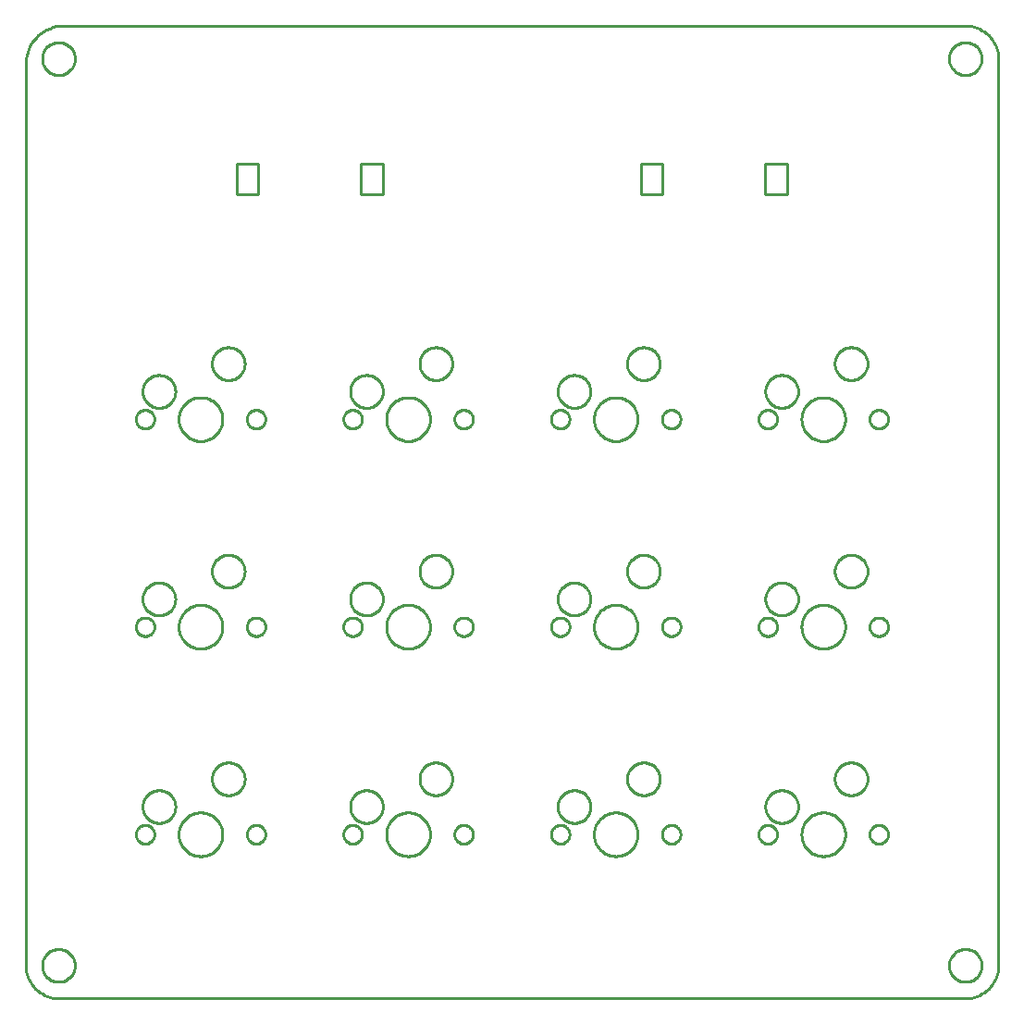
<source format=gbr>
G04 EAGLE Gerber RS-274X export*
G75*
%MOMM*%
%FSLAX34Y34*%
%LPD*%
%IN*%
%IPPOS*%
%AMOC8*
5,1,8,0,0,1.08239X$1,22.5*%
G01*
%ADD10C,0.254000*%


D10*
X0Y30000D02*
X114Y27385D01*
X456Y24791D01*
X1022Y22235D01*
X1809Y19739D01*
X2811Y17321D01*
X4019Y15000D01*
X5425Y12793D01*
X7019Y10716D01*
X8787Y8787D01*
X10716Y7019D01*
X12793Y5425D01*
X15000Y4019D01*
X17321Y2811D01*
X19739Y1809D01*
X22235Y1022D01*
X24791Y456D01*
X27385Y114D01*
X30000Y0D01*
X860000Y0D01*
X862615Y114D01*
X865209Y456D01*
X867765Y1022D01*
X870261Y1809D01*
X872679Y2811D01*
X875000Y4019D01*
X877207Y5425D01*
X879284Y7019D01*
X881213Y8787D01*
X882981Y10716D01*
X884575Y12793D01*
X885981Y15000D01*
X887189Y17321D01*
X888191Y19739D01*
X888978Y22235D01*
X889544Y24791D01*
X889886Y27385D01*
X890000Y30000D01*
X890000Y860000D01*
X889886Y862615D01*
X889544Y865209D01*
X888978Y867765D01*
X888191Y870261D01*
X887189Y872679D01*
X885981Y875000D01*
X884575Y877207D01*
X882981Y879284D01*
X881213Y881213D01*
X879284Y882981D01*
X877207Y884575D01*
X875000Y885981D01*
X872679Y887189D01*
X870261Y888191D01*
X867765Y888978D01*
X865209Y889544D01*
X862615Y889886D01*
X860000Y890000D01*
X40000Y890000D01*
X36931Y890303D01*
X33846Y890337D01*
X30771Y890102D01*
X27728Y889599D01*
X24740Y888834D01*
X21830Y887811D01*
X19021Y886538D01*
X16333Y885026D01*
X13787Y883284D01*
X11402Y881328D01*
X9198Y879171D01*
X7189Y876830D01*
X5392Y874323D01*
X3821Y871669D01*
X2487Y868888D01*
X1400Y866002D01*
X569Y863031D01*
X0Y860000D01*
X0Y30000D01*
X677000Y736000D02*
X697000Y736000D01*
X697000Y764000D01*
X677000Y764000D01*
X677000Y736000D01*
X563000Y736000D02*
X583000Y736000D01*
X583000Y764000D01*
X563000Y764000D01*
X563000Y736000D01*
X193000Y736000D02*
X213000Y736000D01*
X213000Y764000D01*
X193000Y764000D01*
X193000Y736000D01*
X307000Y736000D02*
X327000Y736000D01*
X327000Y764000D01*
X307000Y764000D01*
X307000Y736000D01*
X45000Y859464D02*
X44924Y858396D01*
X44771Y857335D01*
X44543Y856288D01*
X44241Y855260D01*
X43867Y854256D01*
X43422Y853281D01*
X42908Y852341D01*
X42329Y851440D01*
X41687Y850582D01*
X40985Y849772D01*
X40228Y849015D01*
X39418Y848313D01*
X38560Y847671D01*
X37659Y847092D01*
X36719Y846578D01*
X35744Y846133D01*
X34740Y845759D01*
X33712Y845457D01*
X32665Y845229D01*
X31604Y845076D01*
X30536Y845000D01*
X29464Y845000D01*
X28396Y845076D01*
X27335Y845229D01*
X26288Y845457D01*
X25260Y845759D01*
X24256Y846133D01*
X23281Y846578D01*
X22341Y847092D01*
X21440Y847671D01*
X20582Y848313D01*
X19772Y849015D01*
X19015Y849772D01*
X18313Y850582D01*
X17671Y851440D01*
X17092Y852341D01*
X16578Y853281D01*
X16133Y854256D01*
X15759Y855260D01*
X15457Y856288D01*
X15229Y857335D01*
X15076Y858396D01*
X15000Y859464D01*
X15000Y860536D01*
X15076Y861604D01*
X15229Y862665D01*
X15457Y863712D01*
X15759Y864740D01*
X16133Y865744D01*
X16578Y866719D01*
X17092Y867659D01*
X17671Y868560D01*
X18313Y869418D01*
X19015Y870228D01*
X19772Y870985D01*
X20582Y871687D01*
X21440Y872329D01*
X22341Y872908D01*
X23281Y873422D01*
X24256Y873867D01*
X25260Y874241D01*
X26288Y874543D01*
X27335Y874771D01*
X28396Y874924D01*
X29464Y875000D01*
X30536Y875000D01*
X31604Y874924D01*
X32665Y874771D01*
X33712Y874543D01*
X34740Y874241D01*
X35744Y873867D01*
X36719Y873422D01*
X37659Y872908D01*
X38560Y872329D01*
X39418Y871687D01*
X40228Y870985D01*
X40985Y870228D01*
X41687Y869418D01*
X42329Y868560D01*
X42908Y867659D01*
X43422Y866719D01*
X43867Y865744D01*
X44241Y864740D01*
X44543Y863712D01*
X44771Y862665D01*
X44924Y861604D01*
X45000Y860536D01*
X45000Y859464D01*
X875000Y859464D02*
X874924Y858396D01*
X874771Y857335D01*
X874543Y856288D01*
X874241Y855260D01*
X873867Y854256D01*
X873422Y853281D01*
X872908Y852341D01*
X872329Y851440D01*
X871687Y850582D01*
X870985Y849772D01*
X870228Y849015D01*
X869418Y848313D01*
X868560Y847671D01*
X867659Y847092D01*
X866719Y846578D01*
X865744Y846133D01*
X864740Y845759D01*
X863712Y845457D01*
X862665Y845229D01*
X861604Y845076D01*
X860536Y845000D01*
X859464Y845000D01*
X858396Y845076D01*
X857335Y845229D01*
X856288Y845457D01*
X855260Y845759D01*
X854256Y846133D01*
X853281Y846578D01*
X852341Y847092D01*
X851440Y847671D01*
X850582Y848313D01*
X849772Y849015D01*
X849015Y849772D01*
X848313Y850582D01*
X847671Y851440D01*
X847092Y852341D01*
X846578Y853281D01*
X846133Y854256D01*
X845759Y855260D01*
X845457Y856288D01*
X845229Y857335D01*
X845076Y858396D01*
X845000Y859464D01*
X845000Y860536D01*
X845076Y861604D01*
X845229Y862665D01*
X845457Y863712D01*
X845759Y864740D01*
X846133Y865744D01*
X846578Y866719D01*
X847092Y867659D01*
X847671Y868560D01*
X848313Y869418D01*
X849015Y870228D01*
X849772Y870985D01*
X850582Y871687D01*
X851440Y872329D01*
X852341Y872908D01*
X853281Y873422D01*
X854256Y873867D01*
X855260Y874241D01*
X856288Y874543D01*
X857335Y874771D01*
X858396Y874924D01*
X859464Y875000D01*
X860536Y875000D01*
X861604Y874924D01*
X862665Y874771D01*
X863712Y874543D01*
X864740Y874241D01*
X865744Y873867D01*
X866719Y873422D01*
X867659Y872908D01*
X868560Y872329D01*
X869418Y871687D01*
X870228Y870985D01*
X870985Y870228D01*
X871687Y869418D01*
X872329Y868560D01*
X872908Y867659D01*
X873422Y866719D01*
X873867Y865744D01*
X874241Y864740D01*
X874543Y863712D01*
X874771Y862665D01*
X874924Y861604D01*
X875000Y860536D01*
X875000Y859464D01*
X45000Y29464D02*
X44924Y28396D01*
X44771Y27335D01*
X44543Y26288D01*
X44241Y25260D01*
X43867Y24256D01*
X43422Y23281D01*
X42908Y22341D01*
X42329Y21440D01*
X41687Y20582D01*
X40985Y19772D01*
X40228Y19015D01*
X39418Y18313D01*
X38560Y17671D01*
X37659Y17092D01*
X36719Y16578D01*
X35744Y16133D01*
X34740Y15759D01*
X33712Y15457D01*
X32665Y15229D01*
X31604Y15076D01*
X30536Y15000D01*
X29464Y15000D01*
X28396Y15076D01*
X27335Y15229D01*
X26288Y15457D01*
X25260Y15759D01*
X24256Y16133D01*
X23281Y16578D01*
X22341Y17092D01*
X21440Y17671D01*
X20582Y18313D01*
X19772Y19015D01*
X19015Y19772D01*
X18313Y20582D01*
X17671Y21440D01*
X17092Y22341D01*
X16578Y23281D01*
X16133Y24256D01*
X15759Y25260D01*
X15457Y26288D01*
X15229Y27335D01*
X15076Y28396D01*
X15000Y29464D01*
X15000Y30536D01*
X15076Y31604D01*
X15229Y32665D01*
X15457Y33712D01*
X15759Y34740D01*
X16133Y35744D01*
X16578Y36719D01*
X17092Y37659D01*
X17671Y38560D01*
X18313Y39418D01*
X19015Y40228D01*
X19772Y40985D01*
X20582Y41687D01*
X21440Y42329D01*
X22341Y42908D01*
X23281Y43422D01*
X24256Y43867D01*
X25260Y44241D01*
X26288Y44543D01*
X27335Y44771D01*
X28396Y44924D01*
X29464Y45000D01*
X30536Y45000D01*
X31604Y44924D01*
X32665Y44771D01*
X33712Y44543D01*
X34740Y44241D01*
X35744Y43867D01*
X36719Y43422D01*
X37659Y42908D01*
X38560Y42329D01*
X39418Y41687D01*
X40228Y40985D01*
X40985Y40228D01*
X41687Y39418D01*
X42329Y38560D01*
X42908Y37659D01*
X43422Y36719D01*
X43867Y35744D01*
X44241Y34740D01*
X44543Y33712D01*
X44771Y32665D01*
X44924Y31604D01*
X45000Y30536D01*
X45000Y29464D01*
X875000Y29464D02*
X874924Y28396D01*
X874771Y27335D01*
X874543Y26288D01*
X874241Y25260D01*
X873867Y24256D01*
X873422Y23281D01*
X872908Y22341D01*
X872329Y21440D01*
X871687Y20582D01*
X870985Y19772D01*
X870228Y19015D01*
X869418Y18313D01*
X868560Y17671D01*
X867659Y17092D01*
X866719Y16578D01*
X865744Y16133D01*
X864740Y15759D01*
X863712Y15457D01*
X862665Y15229D01*
X861604Y15076D01*
X860536Y15000D01*
X859464Y15000D01*
X858396Y15076D01*
X857335Y15229D01*
X856288Y15457D01*
X855260Y15759D01*
X854256Y16133D01*
X853281Y16578D01*
X852341Y17092D01*
X851440Y17671D01*
X850582Y18313D01*
X849772Y19015D01*
X849015Y19772D01*
X848313Y20582D01*
X847671Y21440D01*
X847092Y22341D01*
X846578Y23281D01*
X846133Y24256D01*
X845759Y25260D01*
X845457Y26288D01*
X845229Y27335D01*
X845076Y28396D01*
X845000Y29464D01*
X845000Y30536D01*
X845076Y31604D01*
X845229Y32665D01*
X845457Y33712D01*
X845759Y34740D01*
X846133Y35744D01*
X846578Y36719D01*
X847092Y37659D01*
X847671Y38560D01*
X848313Y39418D01*
X849015Y40228D01*
X849772Y40985D01*
X850582Y41687D01*
X851440Y42329D01*
X852341Y42908D01*
X853281Y43422D01*
X854256Y43867D01*
X855260Y44241D01*
X856288Y44543D01*
X857335Y44771D01*
X858396Y44924D01*
X859464Y45000D01*
X860536Y45000D01*
X861604Y44924D01*
X862665Y44771D01*
X863712Y44543D01*
X864740Y44241D01*
X865744Y43867D01*
X866719Y43422D01*
X867659Y42908D01*
X868560Y42329D01*
X869418Y41687D01*
X870228Y40985D01*
X870985Y40228D01*
X871687Y39418D01*
X872329Y38560D01*
X872908Y37659D01*
X873422Y36719D01*
X873867Y35744D01*
X874241Y34740D01*
X874543Y33712D01*
X874771Y32665D01*
X874924Y31604D01*
X875000Y30536D01*
X875000Y29464D01*
X140000Y529396D02*
X140073Y528189D01*
X140219Y526989D01*
X140437Y525800D01*
X140726Y524627D01*
X141085Y523473D01*
X141514Y522343D01*
X142010Y521241D01*
X142572Y520170D01*
X143197Y519136D01*
X143884Y518141D01*
X144629Y517190D01*
X145431Y516285D01*
X146285Y515431D01*
X147190Y514629D01*
X148141Y513884D01*
X149136Y513197D01*
X150170Y512572D01*
X151241Y512010D01*
X152343Y511514D01*
X153473Y511085D01*
X154627Y510726D01*
X155800Y510437D01*
X156989Y510219D01*
X158189Y510073D01*
X159396Y510000D01*
X160604Y510000D01*
X161811Y510073D01*
X163011Y510219D01*
X164200Y510437D01*
X165373Y510726D01*
X166527Y511085D01*
X167657Y511514D01*
X168759Y512010D01*
X169830Y512572D01*
X170864Y513197D01*
X171859Y513884D01*
X172810Y514629D01*
X173715Y515431D01*
X174569Y516285D01*
X175371Y517190D01*
X176116Y518141D01*
X176803Y519136D01*
X177428Y520170D01*
X177990Y521241D01*
X178486Y522343D01*
X178915Y523473D01*
X179274Y524627D01*
X179563Y525800D01*
X179781Y526989D01*
X179927Y528189D01*
X180000Y529396D01*
X180000Y530604D01*
X179927Y531811D01*
X179781Y533011D01*
X179563Y534200D01*
X179274Y535373D01*
X178915Y536527D01*
X178486Y537657D01*
X177990Y538759D01*
X177428Y539830D01*
X176803Y540864D01*
X176116Y541859D01*
X175371Y542810D01*
X174569Y543715D01*
X173715Y544569D01*
X172810Y545371D01*
X171859Y546116D01*
X170864Y546803D01*
X169830Y547428D01*
X168759Y547990D01*
X167657Y548486D01*
X166527Y548915D01*
X165373Y549274D01*
X164200Y549563D01*
X163011Y549781D01*
X161811Y549927D01*
X160604Y550000D01*
X159396Y550000D01*
X158189Y549927D01*
X156989Y549781D01*
X155800Y549563D01*
X154627Y549274D01*
X153473Y548915D01*
X152343Y548486D01*
X151241Y547990D01*
X150170Y547428D01*
X149136Y546803D01*
X148141Y546116D01*
X147190Y545371D01*
X146285Y544569D01*
X145431Y543715D01*
X144629Y542810D01*
X143884Y541859D01*
X143197Y540864D01*
X142572Y539830D01*
X142010Y538759D01*
X141514Y537657D01*
X141085Y536527D01*
X140726Y535373D01*
X140437Y534200D01*
X140219Y533011D01*
X140073Y531811D01*
X140000Y530604D01*
X140000Y529396D01*
X100700Y529629D02*
X100765Y528889D01*
X100894Y528159D01*
X101086Y527442D01*
X101340Y526744D01*
X101653Y526071D01*
X102024Y525429D01*
X102450Y524821D01*
X102927Y524252D01*
X103452Y523727D01*
X104021Y523250D01*
X104629Y522824D01*
X105271Y522453D01*
X105944Y522140D01*
X106642Y521886D01*
X107359Y521694D01*
X108089Y521565D01*
X108829Y521500D01*
X109571Y521500D01*
X110311Y521565D01*
X111042Y521694D01*
X111758Y521886D01*
X112456Y522140D01*
X113129Y522453D01*
X113771Y522824D01*
X114379Y523250D01*
X114948Y523727D01*
X115473Y524252D01*
X115950Y524821D01*
X116376Y525429D01*
X116747Y526071D01*
X117060Y526744D01*
X117314Y527442D01*
X117506Y528159D01*
X117635Y528889D01*
X117700Y529629D01*
X117700Y530371D01*
X117635Y531111D01*
X117506Y531842D01*
X117314Y532558D01*
X117060Y533256D01*
X116747Y533929D01*
X116376Y534571D01*
X115950Y535179D01*
X115473Y535748D01*
X114948Y536273D01*
X114379Y536750D01*
X113771Y537176D01*
X113129Y537547D01*
X112456Y537860D01*
X111758Y538114D01*
X111042Y538306D01*
X110311Y538435D01*
X109571Y538500D01*
X108829Y538500D01*
X108089Y538435D01*
X107359Y538306D01*
X106642Y538114D01*
X105944Y537860D01*
X105271Y537547D01*
X104629Y537176D01*
X104021Y536750D01*
X103452Y536273D01*
X102927Y535748D01*
X102450Y535179D01*
X102024Y534571D01*
X101653Y533929D01*
X101340Y533256D01*
X101086Y532558D01*
X100894Y531842D01*
X100765Y531111D01*
X100700Y530371D01*
X100700Y529629D01*
X202300Y529629D02*
X202365Y528889D01*
X202494Y528159D01*
X202686Y527442D01*
X202940Y526744D01*
X203253Y526071D01*
X203624Y525429D01*
X204050Y524821D01*
X204527Y524252D01*
X205052Y523727D01*
X205621Y523250D01*
X206229Y522824D01*
X206871Y522453D01*
X207544Y522140D01*
X208242Y521886D01*
X208959Y521694D01*
X209689Y521565D01*
X210429Y521500D01*
X211171Y521500D01*
X211911Y521565D01*
X212642Y521694D01*
X213358Y521886D01*
X214056Y522140D01*
X214729Y522453D01*
X215371Y522824D01*
X215979Y523250D01*
X216548Y523727D01*
X217073Y524252D01*
X217550Y524821D01*
X217976Y525429D01*
X218347Y526071D01*
X218660Y526744D01*
X218914Y527442D01*
X219106Y528159D01*
X219235Y528889D01*
X219300Y529629D01*
X219300Y530371D01*
X219235Y531111D01*
X219106Y531842D01*
X218914Y532558D01*
X218660Y533256D01*
X218347Y533929D01*
X217976Y534571D01*
X217550Y535179D01*
X217073Y535748D01*
X216548Y536273D01*
X215979Y536750D01*
X215371Y537176D01*
X214729Y537547D01*
X214056Y537860D01*
X213358Y538114D01*
X212642Y538306D01*
X211911Y538435D01*
X211171Y538500D01*
X210429Y538500D01*
X209689Y538435D01*
X208959Y538306D01*
X208242Y538114D01*
X207544Y537860D01*
X206871Y537547D01*
X206229Y537176D01*
X205621Y536750D01*
X205052Y536273D01*
X204527Y535748D01*
X204050Y535179D01*
X203624Y534571D01*
X203253Y533929D01*
X202940Y533256D01*
X202686Y532558D01*
X202494Y531842D01*
X202365Y531111D01*
X202300Y530371D01*
X202300Y529629D01*
X106900Y554864D02*
X106976Y553796D01*
X107129Y552735D01*
X107357Y551688D01*
X107659Y550660D01*
X108033Y549656D01*
X108478Y548681D01*
X108992Y547741D01*
X109571Y546840D01*
X110213Y545982D01*
X110915Y545172D01*
X111672Y544415D01*
X112482Y543713D01*
X113340Y543071D01*
X114241Y542492D01*
X115181Y541978D01*
X116156Y541533D01*
X117160Y541159D01*
X118188Y540857D01*
X119235Y540629D01*
X120296Y540476D01*
X121364Y540400D01*
X122436Y540400D01*
X123504Y540476D01*
X124565Y540629D01*
X125612Y540857D01*
X126640Y541159D01*
X127644Y541533D01*
X128619Y541978D01*
X129559Y542492D01*
X130460Y543071D01*
X131318Y543713D01*
X132128Y544415D01*
X132885Y545172D01*
X133587Y545982D01*
X134229Y546840D01*
X134808Y547741D01*
X135322Y548681D01*
X135767Y549656D01*
X136141Y550660D01*
X136443Y551688D01*
X136671Y552735D01*
X136824Y553796D01*
X136900Y554864D01*
X136900Y555936D01*
X136824Y557004D01*
X136671Y558065D01*
X136443Y559112D01*
X136141Y560140D01*
X135767Y561144D01*
X135322Y562119D01*
X134808Y563059D01*
X134229Y563960D01*
X133587Y564818D01*
X132885Y565628D01*
X132128Y566385D01*
X131318Y567087D01*
X130460Y567729D01*
X129559Y568308D01*
X128619Y568822D01*
X127644Y569267D01*
X126640Y569641D01*
X125612Y569943D01*
X124565Y570171D01*
X123504Y570324D01*
X122436Y570400D01*
X121364Y570400D01*
X120296Y570324D01*
X119235Y570171D01*
X118188Y569943D01*
X117160Y569641D01*
X116156Y569267D01*
X115181Y568822D01*
X114241Y568308D01*
X113340Y567729D01*
X112482Y567087D01*
X111672Y566385D01*
X110915Y565628D01*
X110213Y564818D01*
X109571Y563960D01*
X108992Y563059D01*
X108478Y562119D01*
X108033Y561144D01*
X107659Y560140D01*
X107357Y559112D01*
X107129Y558065D01*
X106976Y557004D01*
X106900Y555936D01*
X106900Y554864D01*
X170400Y580264D02*
X170476Y579196D01*
X170629Y578135D01*
X170857Y577088D01*
X171159Y576060D01*
X171533Y575056D01*
X171978Y574081D01*
X172492Y573141D01*
X173071Y572240D01*
X173713Y571382D01*
X174415Y570572D01*
X175172Y569815D01*
X175982Y569113D01*
X176840Y568471D01*
X177741Y567892D01*
X178681Y567378D01*
X179656Y566933D01*
X180660Y566559D01*
X181688Y566257D01*
X182735Y566029D01*
X183796Y565876D01*
X184864Y565800D01*
X185936Y565800D01*
X187004Y565876D01*
X188065Y566029D01*
X189112Y566257D01*
X190140Y566559D01*
X191144Y566933D01*
X192119Y567378D01*
X193059Y567892D01*
X193960Y568471D01*
X194818Y569113D01*
X195628Y569815D01*
X196385Y570572D01*
X197087Y571382D01*
X197729Y572240D01*
X198308Y573141D01*
X198822Y574081D01*
X199267Y575056D01*
X199641Y576060D01*
X199943Y577088D01*
X200171Y578135D01*
X200324Y579196D01*
X200400Y580264D01*
X200400Y581336D01*
X200324Y582404D01*
X200171Y583465D01*
X199943Y584512D01*
X199641Y585540D01*
X199267Y586544D01*
X198822Y587519D01*
X198308Y588459D01*
X197729Y589360D01*
X197087Y590218D01*
X196385Y591028D01*
X195628Y591785D01*
X194818Y592487D01*
X193960Y593129D01*
X193059Y593708D01*
X192119Y594222D01*
X191144Y594667D01*
X190140Y595041D01*
X189112Y595343D01*
X188065Y595571D01*
X187004Y595724D01*
X185936Y595800D01*
X184864Y595800D01*
X183796Y595724D01*
X182735Y595571D01*
X181688Y595343D01*
X180660Y595041D01*
X179656Y594667D01*
X178681Y594222D01*
X177741Y593708D01*
X176840Y593129D01*
X175982Y592487D01*
X175172Y591785D01*
X174415Y591028D01*
X173713Y590218D01*
X173071Y589360D01*
X172492Y588459D01*
X171978Y587519D01*
X171533Y586544D01*
X171159Y585540D01*
X170857Y584512D01*
X170629Y583465D01*
X170476Y582404D01*
X170400Y581336D01*
X170400Y580264D01*
X330000Y529396D02*
X330073Y528189D01*
X330219Y526989D01*
X330437Y525800D01*
X330726Y524627D01*
X331085Y523473D01*
X331514Y522343D01*
X332010Y521241D01*
X332572Y520170D01*
X333197Y519136D01*
X333884Y518141D01*
X334629Y517190D01*
X335431Y516285D01*
X336285Y515431D01*
X337190Y514629D01*
X338141Y513884D01*
X339136Y513197D01*
X340170Y512572D01*
X341241Y512010D01*
X342343Y511514D01*
X343473Y511085D01*
X344627Y510726D01*
X345800Y510437D01*
X346989Y510219D01*
X348189Y510073D01*
X349396Y510000D01*
X350604Y510000D01*
X351811Y510073D01*
X353011Y510219D01*
X354200Y510437D01*
X355373Y510726D01*
X356527Y511085D01*
X357657Y511514D01*
X358759Y512010D01*
X359830Y512572D01*
X360864Y513197D01*
X361859Y513884D01*
X362810Y514629D01*
X363715Y515431D01*
X364569Y516285D01*
X365371Y517190D01*
X366116Y518141D01*
X366803Y519136D01*
X367428Y520170D01*
X367990Y521241D01*
X368486Y522343D01*
X368915Y523473D01*
X369274Y524627D01*
X369563Y525800D01*
X369781Y526989D01*
X369927Y528189D01*
X370000Y529396D01*
X370000Y530604D01*
X369927Y531811D01*
X369781Y533011D01*
X369563Y534200D01*
X369274Y535373D01*
X368915Y536527D01*
X368486Y537657D01*
X367990Y538759D01*
X367428Y539830D01*
X366803Y540864D01*
X366116Y541859D01*
X365371Y542810D01*
X364569Y543715D01*
X363715Y544569D01*
X362810Y545371D01*
X361859Y546116D01*
X360864Y546803D01*
X359830Y547428D01*
X358759Y547990D01*
X357657Y548486D01*
X356527Y548915D01*
X355373Y549274D01*
X354200Y549563D01*
X353011Y549781D01*
X351811Y549927D01*
X350604Y550000D01*
X349396Y550000D01*
X348189Y549927D01*
X346989Y549781D01*
X345800Y549563D01*
X344627Y549274D01*
X343473Y548915D01*
X342343Y548486D01*
X341241Y547990D01*
X340170Y547428D01*
X339136Y546803D01*
X338141Y546116D01*
X337190Y545371D01*
X336285Y544569D01*
X335431Y543715D01*
X334629Y542810D01*
X333884Y541859D01*
X333197Y540864D01*
X332572Y539830D01*
X332010Y538759D01*
X331514Y537657D01*
X331085Y536527D01*
X330726Y535373D01*
X330437Y534200D01*
X330219Y533011D01*
X330073Y531811D01*
X330000Y530604D01*
X330000Y529396D01*
X290700Y529629D02*
X290765Y528889D01*
X290894Y528159D01*
X291086Y527442D01*
X291340Y526744D01*
X291653Y526071D01*
X292024Y525429D01*
X292450Y524821D01*
X292927Y524252D01*
X293452Y523727D01*
X294021Y523250D01*
X294629Y522824D01*
X295271Y522453D01*
X295944Y522140D01*
X296642Y521886D01*
X297359Y521694D01*
X298089Y521565D01*
X298829Y521500D01*
X299571Y521500D01*
X300311Y521565D01*
X301042Y521694D01*
X301758Y521886D01*
X302456Y522140D01*
X303129Y522453D01*
X303771Y522824D01*
X304379Y523250D01*
X304948Y523727D01*
X305473Y524252D01*
X305950Y524821D01*
X306376Y525429D01*
X306747Y526071D01*
X307060Y526744D01*
X307314Y527442D01*
X307506Y528159D01*
X307635Y528889D01*
X307700Y529629D01*
X307700Y530371D01*
X307635Y531111D01*
X307506Y531842D01*
X307314Y532558D01*
X307060Y533256D01*
X306747Y533929D01*
X306376Y534571D01*
X305950Y535179D01*
X305473Y535748D01*
X304948Y536273D01*
X304379Y536750D01*
X303771Y537176D01*
X303129Y537547D01*
X302456Y537860D01*
X301758Y538114D01*
X301042Y538306D01*
X300311Y538435D01*
X299571Y538500D01*
X298829Y538500D01*
X298089Y538435D01*
X297359Y538306D01*
X296642Y538114D01*
X295944Y537860D01*
X295271Y537547D01*
X294629Y537176D01*
X294021Y536750D01*
X293452Y536273D01*
X292927Y535748D01*
X292450Y535179D01*
X292024Y534571D01*
X291653Y533929D01*
X291340Y533256D01*
X291086Y532558D01*
X290894Y531842D01*
X290765Y531111D01*
X290700Y530371D01*
X290700Y529629D01*
X392300Y529629D02*
X392365Y528889D01*
X392494Y528159D01*
X392686Y527442D01*
X392940Y526744D01*
X393253Y526071D01*
X393624Y525429D01*
X394050Y524821D01*
X394527Y524252D01*
X395052Y523727D01*
X395621Y523250D01*
X396229Y522824D01*
X396871Y522453D01*
X397544Y522140D01*
X398242Y521886D01*
X398959Y521694D01*
X399689Y521565D01*
X400429Y521500D01*
X401171Y521500D01*
X401911Y521565D01*
X402642Y521694D01*
X403358Y521886D01*
X404056Y522140D01*
X404729Y522453D01*
X405371Y522824D01*
X405979Y523250D01*
X406548Y523727D01*
X407073Y524252D01*
X407550Y524821D01*
X407976Y525429D01*
X408347Y526071D01*
X408660Y526744D01*
X408914Y527442D01*
X409106Y528159D01*
X409235Y528889D01*
X409300Y529629D01*
X409300Y530371D01*
X409235Y531111D01*
X409106Y531842D01*
X408914Y532558D01*
X408660Y533256D01*
X408347Y533929D01*
X407976Y534571D01*
X407550Y535179D01*
X407073Y535748D01*
X406548Y536273D01*
X405979Y536750D01*
X405371Y537176D01*
X404729Y537547D01*
X404056Y537860D01*
X403358Y538114D01*
X402642Y538306D01*
X401911Y538435D01*
X401171Y538500D01*
X400429Y538500D01*
X399689Y538435D01*
X398959Y538306D01*
X398242Y538114D01*
X397544Y537860D01*
X396871Y537547D01*
X396229Y537176D01*
X395621Y536750D01*
X395052Y536273D01*
X394527Y535748D01*
X394050Y535179D01*
X393624Y534571D01*
X393253Y533929D01*
X392940Y533256D01*
X392686Y532558D01*
X392494Y531842D01*
X392365Y531111D01*
X392300Y530371D01*
X392300Y529629D01*
X296900Y554864D02*
X296976Y553796D01*
X297129Y552735D01*
X297357Y551688D01*
X297659Y550660D01*
X298033Y549656D01*
X298478Y548681D01*
X298992Y547741D01*
X299571Y546840D01*
X300213Y545982D01*
X300915Y545172D01*
X301672Y544415D01*
X302482Y543713D01*
X303340Y543071D01*
X304241Y542492D01*
X305181Y541978D01*
X306156Y541533D01*
X307160Y541159D01*
X308188Y540857D01*
X309235Y540629D01*
X310296Y540476D01*
X311364Y540400D01*
X312436Y540400D01*
X313504Y540476D01*
X314565Y540629D01*
X315612Y540857D01*
X316640Y541159D01*
X317644Y541533D01*
X318619Y541978D01*
X319559Y542492D01*
X320460Y543071D01*
X321318Y543713D01*
X322128Y544415D01*
X322885Y545172D01*
X323587Y545982D01*
X324229Y546840D01*
X324808Y547741D01*
X325322Y548681D01*
X325767Y549656D01*
X326141Y550660D01*
X326443Y551688D01*
X326671Y552735D01*
X326824Y553796D01*
X326900Y554864D01*
X326900Y555936D01*
X326824Y557004D01*
X326671Y558065D01*
X326443Y559112D01*
X326141Y560140D01*
X325767Y561144D01*
X325322Y562119D01*
X324808Y563059D01*
X324229Y563960D01*
X323587Y564818D01*
X322885Y565628D01*
X322128Y566385D01*
X321318Y567087D01*
X320460Y567729D01*
X319559Y568308D01*
X318619Y568822D01*
X317644Y569267D01*
X316640Y569641D01*
X315612Y569943D01*
X314565Y570171D01*
X313504Y570324D01*
X312436Y570400D01*
X311364Y570400D01*
X310296Y570324D01*
X309235Y570171D01*
X308188Y569943D01*
X307160Y569641D01*
X306156Y569267D01*
X305181Y568822D01*
X304241Y568308D01*
X303340Y567729D01*
X302482Y567087D01*
X301672Y566385D01*
X300915Y565628D01*
X300213Y564818D01*
X299571Y563960D01*
X298992Y563059D01*
X298478Y562119D01*
X298033Y561144D01*
X297659Y560140D01*
X297357Y559112D01*
X297129Y558065D01*
X296976Y557004D01*
X296900Y555936D01*
X296900Y554864D01*
X360400Y580264D02*
X360476Y579196D01*
X360629Y578135D01*
X360857Y577088D01*
X361159Y576060D01*
X361533Y575056D01*
X361978Y574081D01*
X362492Y573141D01*
X363071Y572240D01*
X363713Y571382D01*
X364415Y570572D01*
X365172Y569815D01*
X365982Y569113D01*
X366840Y568471D01*
X367741Y567892D01*
X368681Y567378D01*
X369656Y566933D01*
X370660Y566559D01*
X371688Y566257D01*
X372735Y566029D01*
X373796Y565876D01*
X374864Y565800D01*
X375936Y565800D01*
X377004Y565876D01*
X378065Y566029D01*
X379112Y566257D01*
X380140Y566559D01*
X381144Y566933D01*
X382119Y567378D01*
X383059Y567892D01*
X383960Y568471D01*
X384818Y569113D01*
X385628Y569815D01*
X386385Y570572D01*
X387087Y571382D01*
X387729Y572240D01*
X388308Y573141D01*
X388822Y574081D01*
X389267Y575056D01*
X389641Y576060D01*
X389943Y577088D01*
X390171Y578135D01*
X390324Y579196D01*
X390400Y580264D01*
X390400Y581336D01*
X390324Y582404D01*
X390171Y583465D01*
X389943Y584512D01*
X389641Y585540D01*
X389267Y586544D01*
X388822Y587519D01*
X388308Y588459D01*
X387729Y589360D01*
X387087Y590218D01*
X386385Y591028D01*
X385628Y591785D01*
X384818Y592487D01*
X383960Y593129D01*
X383059Y593708D01*
X382119Y594222D01*
X381144Y594667D01*
X380140Y595041D01*
X379112Y595343D01*
X378065Y595571D01*
X377004Y595724D01*
X375936Y595800D01*
X374864Y595800D01*
X373796Y595724D01*
X372735Y595571D01*
X371688Y595343D01*
X370660Y595041D01*
X369656Y594667D01*
X368681Y594222D01*
X367741Y593708D01*
X366840Y593129D01*
X365982Y592487D01*
X365172Y591785D01*
X364415Y591028D01*
X363713Y590218D01*
X363071Y589360D01*
X362492Y588459D01*
X361978Y587519D01*
X361533Y586544D01*
X361159Y585540D01*
X360857Y584512D01*
X360629Y583465D01*
X360476Y582404D01*
X360400Y581336D01*
X360400Y580264D01*
X520000Y529396D02*
X520073Y528189D01*
X520219Y526989D01*
X520437Y525800D01*
X520726Y524627D01*
X521085Y523473D01*
X521514Y522343D01*
X522010Y521241D01*
X522572Y520170D01*
X523197Y519136D01*
X523884Y518141D01*
X524629Y517190D01*
X525431Y516285D01*
X526285Y515431D01*
X527190Y514629D01*
X528141Y513884D01*
X529136Y513197D01*
X530170Y512572D01*
X531241Y512010D01*
X532343Y511514D01*
X533473Y511085D01*
X534627Y510726D01*
X535800Y510437D01*
X536989Y510219D01*
X538189Y510073D01*
X539396Y510000D01*
X540604Y510000D01*
X541811Y510073D01*
X543011Y510219D01*
X544200Y510437D01*
X545373Y510726D01*
X546527Y511085D01*
X547657Y511514D01*
X548759Y512010D01*
X549830Y512572D01*
X550864Y513197D01*
X551859Y513884D01*
X552810Y514629D01*
X553715Y515431D01*
X554569Y516285D01*
X555371Y517190D01*
X556116Y518141D01*
X556803Y519136D01*
X557428Y520170D01*
X557990Y521241D01*
X558486Y522343D01*
X558915Y523473D01*
X559274Y524627D01*
X559563Y525800D01*
X559781Y526989D01*
X559927Y528189D01*
X560000Y529396D01*
X560000Y530604D01*
X559927Y531811D01*
X559781Y533011D01*
X559563Y534200D01*
X559274Y535373D01*
X558915Y536527D01*
X558486Y537657D01*
X557990Y538759D01*
X557428Y539830D01*
X556803Y540864D01*
X556116Y541859D01*
X555371Y542810D01*
X554569Y543715D01*
X553715Y544569D01*
X552810Y545371D01*
X551859Y546116D01*
X550864Y546803D01*
X549830Y547428D01*
X548759Y547990D01*
X547657Y548486D01*
X546527Y548915D01*
X545373Y549274D01*
X544200Y549563D01*
X543011Y549781D01*
X541811Y549927D01*
X540604Y550000D01*
X539396Y550000D01*
X538189Y549927D01*
X536989Y549781D01*
X535800Y549563D01*
X534627Y549274D01*
X533473Y548915D01*
X532343Y548486D01*
X531241Y547990D01*
X530170Y547428D01*
X529136Y546803D01*
X528141Y546116D01*
X527190Y545371D01*
X526285Y544569D01*
X525431Y543715D01*
X524629Y542810D01*
X523884Y541859D01*
X523197Y540864D01*
X522572Y539830D01*
X522010Y538759D01*
X521514Y537657D01*
X521085Y536527D01*
X520726Y535373D01*
X520437Y534200D01*
X520219Y533011D01*
X520073Y531811D01*
X520000Y530604D01*
X520000Y529396D01*
X480700Y529629D02*
X480765Y528889D01*
X480894Y528159D01*
X481086Y527442D01*
X481340Y526744D01*
X481653Y526071D01*
X482024Y525429D01*
X482450Y524821D01*
X482927Y524252D01*
X483452Y523727D01*
X484021Y523250D01*
X484629Y522824D01*
X485271Y522453D01*
X485944Y522140D01*
X486642Y521886D01*
X487359Y521694D01*
X488089Y521565D01*
X488829Y521500D01*
X489571Y521500D01*
X490311Y521565D01*
X491042Y521694D01*
X491758Y521886D01*
X492456Y522140D01*
X493129Y522453D01*
X493771Y522824D01*
X494379Y523250D01*
X494948Y523727D01*
X495473Y524252D01*
X495950Y524821D01*
X496376Y525429D01*
X496747Y526071D01*
X497060Y526744D01*
X497314Y527442D01*
X497506Y528159D01*
X497635Y528889D01*
X497700Y529629D01*
X497700Y530371D01*
X497635Y531111D01*
X497506Y531842D01*
X497314Y532558D01*
X497060Y533256D01*
X496747Y533929D01*
X496376Y534571D01*
X495950Y535179D01*
X495473Y535748D01*
X494948Y536273D01*
X494379Y536750D01*
X493771Y537176D01*
X493129Y537547D01*
X492456Y537860D01*
X491758Y538114D01*
X491042Y538306D01*
X490311Y538435D01*
X489571Y538500D01*
X488829Y538500D01*
X488089Y538435D01*
X487359Y538306D01*
X486642Y538114D01*
X485944Y537860D01*
X485271Y537547D01*
X484629Y537176D01*
X484021Y536750D01*
X483452Y536273D01*
X482927Y535748D01*
X482450Y535179D01*
X482024Y534571D01*
X481653Y533929D01*
X481340Y533256D01*
X481086Y532558D01*
X480894Y531842D01*
X480765Y531111D01*
X480700Y530371D01*
X480700Y529629D01*
X582300Y529629D02*
X582365Y528889D01*
X582494Y528159D01*
X582686Y527442D01*
X582940Y526744D01*
X583253Y526071D01*
X583624Y525429D01*
X584050Y524821D01*
X584527Y524252D01*
X585052Y523727D01*
X585621Y523250D01*
X586229Y522824D01*
X586871Y522453D01*
X587544Y522140D01*
X588242Y521886D01*
X588959Y521694D01*
X589689Y521565D01*
X590429Y521500D01*
X591171Y521500D01*
X591911Y521565D01*
X592642Y521694D01*
X593358Y521886D01*
X594056Y522140D01*
X594729Y522453D01*
X595371Y522824D01*
X595979Y523250D01*
X596548Y523727D01*
X597073Y524252D01*
X597550Y524821D01*
X597976Y525429D01*
X598347Y526071D01*
X598660Y526744D01*
X598914Y527442D01*
X599106Y528159D01*
X599235Y528889D01*
X599300Y529629D01*
X599300Y530371D01*
X599235Y531111D01*
X599106Y531842D01*
X598914Y532558D01*
X598660Y533256D01*
X598347Y533929D01*
X597976Y534571D01*
X597550Y535179D01*
X597073Y535748D01*
X596548Y536273D01*
X595979Y536750D01*
X595371Y537176D01*
X594729Y537547D01*
X594056Y537860D01*
X593358Y538114D01*
X592642Y538306D01*
X591911Y538435D01*
X591171Y538500D01*
X590429Y538500D01*
X589689Y538435D01*
X588959Y538306D01*
X588242Y538114D01*
X587544Y537860D01*
X586871Y537547D01*
X586229Y537176D01*
X585621Y536750D01*
X585052Y536273D01*
X584527Y535748D01*
X584050Y535179D01*
X583624Y534571D01*
X583253Y533929D01*
X582940Y533256D01*
X582686Y532558D01*
X582494Y531842D01*
X582365Y531111D01*
X582300Y530371D01*
X582300Y529629D01*
X486900Y554864D02*
X486976Y553796D01*
X487129Y552735D01*
X487357Y551688D01*
X487659Y550660D01*
X488033Y549656D01*
X488478Y548681D01*
X488992Y547741D01*
X489571Y546840D01*
X490213Y545982D01*
X490915Y545172D01*
X491672Y544415D01*
X492482Y543713D01*
X493340Y543071D01*
X494241Y542492D01*
X495181Y541978D01*
X496156Y541533D01*
X497160Y541159D01*
X498188Y540857D01*
X499235Y540629D01*
X500296Y540476D01*
X501364Y540400D01*
X502436Y540400D01*
X503504Y540476D01*
X504565Y540629D01*
X505612Y540857D01*
X506640Y541159D01*
X507644Y541533D01*
X508619Y541978D01*
X509559Y542492D01*
X510460Y543071D01*
X511318Y543713D01*
X512128Y544415D01*
X512885Y545172D01*
X513587Y545982D01*
X514229Y546840D01*
X514808Y547741D01*
X515322Y548681D01*
X515767Y549656D01*
X516141Y550660D01*
X516443Y551688D01*
X516671Y552735D01*
X516824Y553796D01*
X516900Y554864D01*
X516900Y555936D01*
X516824Y557004D01*
X516671Y558065D01*
X516443Y559112D01*
X516141Y560140D01*
X515767Y561144D01*
X515322Y562119D01*
X514808Y563059D01*
X514229Y563960D01*
X513587Y564818D01*
X512885Y565628D01*
X512128Y566385D01*
X511318Y567087D01*
X510460Y567729D01*
X509559Y568308D01*
X508619Y568822D01*
X507644Y569267D01*
X506640Y569641D01*
X505612Y569943D01*
X504565Y570171D01*
X503504Y570324D01*
X502436Y570400D01*
X501364Y570400D01*
X500296Y570324D01*
X499235Y570171D01*
X498188Y569943D01*
X497160Y569641D01*
X496156Y569267D01*
X495181Y568822D01*
X494241Y568308D01*
X493340Y567729D01*
X492482Y567087D01*
X491672Y566385D01*
X490915Y565628D01*
X490213Y564818D01*
X489571Y563960D01*
X488992Y563059D01*
X488478Y562119D01*
X488033Y561144D01*
X487659Y560140D01*
X487357Y559112D01*
X487129Y558065D01*
X486976Y557004D01*
X486900Y555936D01*
X486900Y554864D01*
X550400Y580264D02*
X550476Y579196D01*
X550629Y578135D01*
X550857Y577088D01*
X551159Y576060D01*
X551533Y575056D01*
X551978Y574081D01*
X552492Y573141D01*
X553071Y572240D01*
X553713Y571382D01*
X554415Y570572D01*
X555172Y569815D01*
X555982Y569113D01*
X556840Y568471D01*
X557741Y567892D01*
X558681Y567378D01*
X559656Y566933D01*
X560660Y566559D01*
X561688Y566257D01*
X562735Y566029D01*
X563796Y565876D01*
X564864Y565800D01*
X565936Y565800D01*
X567004Y565876D01*
X568065Y566029D01*
X569112Y566257D01*
X570140Y566559D01*
X571144Y566933D01*
X572119Y567378D01*
X573059Y567892D01*
X573960Y568471D01*
X574818Y569113D01*
X575628Y569815D01*
X576385Y570572D01*
X577087Y571382D01*
X577729Y572240D01*
X578308Y573141D01*
X578822Y574081D01*
X579267Y575056D01*
X579641Y576060D01*
X579943Y577088D01*
X580171Y578135D01*
X580324Y579196D01*
X580400Y580264D01*
X580400Y581336D01*
X580324Y582404D01*
X580171Y583465D01*
X579943Y584512D01*
X579641Y585540D01*
X579267Y586544D01*
X578822Y587519D01*
X578308Y588459D01*
X577729Y589360D01*
X577087Y590218D01*
X576385Y591028D01*
X575628Y591785D01*
X574818Y592487D01*
X573960Y593129D01*
X573059Y593708D01*
X572119Y594222D01*
X571144Y594667D01*
X570140Y595041D01*
X569112Y595343D01*
X568065Y595571D01*
X567004Y595724D01*
X565936Y595800D01*
X564864Y595800D01*
X563796Y595724D01*
X562735Y595571D01*
X561688Y595343D01*
X560660Y595041D01*
X559656Y594667D01*
X558681Y594222D01*
X557741Y593708D01*
X556840Y593129D01*
X555982Y592487D01*
X555172Y591785D01*
X554415Y591028D01*
X553713Y590218D01*
X553071Y589360D01*
X552492Y588459D01*
X551978Y587519D01*
X551533Y586544D01*
X551159Y585540D01*
X550857Y584512D01*
X550629Y583465D01*
X550476Y582404D01*
X550400Y581336D01*
X550400Y580264D01*
X710000Y529396D02*
X710073Y528189D01*
X710219Y526989D01*
X710437Y525800D01*
X710726Y524627D01*
X711085Y523473D01*
X711514Y522343D01*
X712010Y521241D01*
X712572Y520170D01*
X713197Y519136D01*
X713884Y518141D01*
X714629Y517190D01*
X715431Y516285D01*
X716285Y515431D01*
X717190Y514629D01*
X718141Y513884D01*
X719136Y513197D01*
X720170Y512572D01*
X721241Y512010D01*
X722343Y511514D01*
X723473Y511085D01*
X724627Y510726D01*
X725800Y510437D01*
X726989Y510219D01*
X728189Y510073D01*
X729396Y510000D01*
X730604Y510000D01*
X731811Y510073D01*
X733011Y510219D01*
X734200Y510437D01*
X735373Y510726D01*
X736527Y511085D01*
X737657Y511514D01*
X738759Y512010D01*
X739830Y512572D01*
X740864Y513197D01*
X741859Y513884D01*
X742810Y514629D01*
X743715Y515431D01*
X744569Y516285D01*
X745371Y517190D01*
X746116Y518141D01*
X746803Y519136D01*
X747428Y520170D01*
X747990Y521241D01*
X748486Y522343D01*
X748915Y523473D01*
X749274Y524627D01*
X749563Y525800D01*
X749781Y526989D01*
X749927Y528189D01*
X750000Y529396D01*
X750000Y530604D01*
X749927Y531811D01*
X749781Y533011D01*
X749563Y534200D01*
X749274Y535373D01*
X748915Y536527D01*
X748486Y537657D01*
X747990Y538759D01*
X747428Y539830D01*
X746803Y540864D01*
X746116Y541859D01*
X745371Y542810D01*
X744569Y543715D01*
X743715Y544569D01*
X742810Y545371D01*
X741859Y546116D01*
X740864Y546803D01*
X739830Y547428D01*
X738759Y547990D01*
X737657Y548486D01*
X736527Y548915D01*
X735373Y549274D01*
X734200Y549563D01*
X733011Y549781D01*
X731811Y549927D01*
X730604Y550000D01*
X729396Y550000D01*
X728189Y549927D01*
X726989Y549781D01*
X725800Y549563D01*
X724627Y549274D01*
X723473Y548915D01*
X722343Y548486D01*
X721241Y547990D01*
X720170Y547428D01*
X719136Y546803D01*
X718141Y546116D01*
X717190Y545371D01*
X716285Y544569D01*
X715431Y543715D01*
X714629Y542810D01*
X713884Y541859D01*
X713197Y540864D01*
X712572Y539830D01*
X712010Y538759D01*
X711514Y537657D01*
X711085Y536527D01*
X710726Y535373D01*
X710437Y534200D01*
X710219Y533011D01*
X710073Y531811D01*
X710000Y530604D01*
X710000Y529396D01*
X670700Y529629D02*
X670765Y528889D01*
X670894Y528159D01*
X671086Y527442D01*
X671340Y526744D01*
X671653Y526071D01*
X672024Y525429D01*
X672450Y524821D01*
X672927Y524252D01*
X673452Y523727D01*
X674021Y523250D01*
X674629Y522824D01*
X675271Y522453D01*
X675944Y522140D01*
X676642Y521886D01*
X677359Y521694D01*
X678089Y521565D01*
X678829Y521500D01*
X679571Y521500D01*
X680311Y521565D01*
X681042Y521694D01*
X681758Y521886D01*
X682456Y522140D01*
X683129Y522453D01*
X683771Y522824D01*
X684379Y523250D01*
X684948Y523727D01*
X685473Y524252D01*
X685950Y524821D01*
X686376Y525429D01*
X686747Y526071D01*
X687060Y526744D01*
X687314Y527442D01*
X687506Y528159D01*
X687635Y528889D01*
X687700Y529629D01*
X687700Y530371D01*
X687635Y531111D01*
X687506Y531842D01*
X687314Y532558D01*
X687060Y533256D01*
X686747Y533929D01*
X686376Y534571D01*
X685950Y535179D01*
X685473Y535748D01*
X684948Y536273D01*
X684379Y536750D01*
X683771Y537176D01*
X683129Y537547D01*
X682456Y537860D01*
X681758Y538114D01*
X681042Y538306D01*
X680311Y538435D01*
X679571Y538500D01*
X678829Y538500D01*
X678089Y538435D01*
X677359Y538306D01*
X676642Y538114D01*
X675944Y537860D01*
X675271Y537547D01*
X674629Y537176D01*
X674021Y536750D01*
X673452Y536273D01*
X672927Y535748D01*
X672450Y535179D01*
X672024Y534571D01*
X671653Y533929D01*
X671340Y533256D01*
X671086Y532558D01*
X670894Y531842D01*
X670765Y531111D01*
X670700Y530371D01*
X670700Y529629D01*
X772300Y529629D02*
X772365Y528889D01*
X772494Y528159D01*
X772686Y527442D01*
X772940Y526744D01*
X773253Y526071D01*
X773624Y525429D01*
X774050Y524821D01*
X774527Y524252D01*
X775052Y523727D01*
X775621Y523250D01*
X776229Y522824D01*
X776871Y522453D01*
X777544Y522140D01*
X778242Y521886D01*
X778959Y521694D01*
X779689Y521565D01*
X780429Y521500D01*
X781171Y521500D01*
X781911Y521565D01*
X782642Y521694D01*
X783358Y521886D01*
X784056Y522140D01*
X784729Y522453D01*
X785371Y522824D01*
X785979Y523250D01*
X786548Y523727D01*
X787073Y524252D01*
X787550Y524821D01*
X787976Y525429D01*
X788347Y526071D01*
X788660Y526744D01*
X788914Y527442D01*
X789106Y528159D01*
X789235Y528889D01*
X789300Y529629D01*
X789300Y530371D01*
X789235Y531111D01*
X789106Y531842D01*
X788914Y532558D01*
X788660Y533256D01*
X788347Y533929D01*
X787976Y534571D01*
X787550Y535179D01*
X787073Y535748D01*
X786548Y536273D01*
X785979Y536750D01*
X785371Y537176D01*
X784729Y537547D01*
X784056Y537860D01*
X783358Y538114D01*
X782642Y538306D01*
X781911Y538435D01*
X781171Y538500D01*
X780429Y538500D01*
X779689Y538435D01*
X778959Y538306D01*
X778242Y538114D01*
X777544Y537860D01*
X776871Y537547D01*
X776229Y537176D01*
X775621Y536750D01*
X775052Y536273D01*
X774527Y535748D01*
X774050Y535179D01*
X773624Y534571D01*
X773253Y533929D01*
X772940Y533256D01*
X772686Y532558D01*
X772494Y531842D01*
X772365Y531111D01*
X772300Y530371D01*
X772300Y529629D01*
X676900Y554864D02*
X676976Y553796D01*
X677129Y552735D01*
X677357Y551688D01*
X677659Y550660D01*
X678033Y549656D01*
X678478Y548681D01*
X678992Y547741D01*
X679571Y546840D01*
X680213Y545982D01*
X680915Y545172D01*
X681672Y544415D01*
X682482Y543713D01*
X683340Y543071D01*
X684241Y542492D01*
X685181Y541978D01*
X686156Y541533D01*
X687160Y541159D01*
X688188Y540857D01*
X689235Y540629D01*
X690296Y540476D01*
X691364Y540400D01*
X692436Y540400D01*
X693504Y540476D01*
X694565Y540629D01*
X695612Y540857D01*
X696640Y541159D01*
X697644Y541533D01*
X698619Y541978D01*
X699559Y542492D01*
X700460Y543071D01*
X701318Y543713D01*
X702128Y544415D01*
X702885Y545172D01*
X703587Y545982D01*
X704229Y546840D01*
X704808Y547741D01*
X705322Y548681D01*
X705767Y549656D01*
X706141Y550660D01*
X706443Y551688D01*
X706671Y552735D01*
X706824Y553796D01*
X706900Y554864D01*
X706900Y555936D01*
X706824Y557004D01*
X706671Y558065D01*
X706443Y559112D01*
X706141Y560140D01*
X705767Y561144D01*
X705322Y562119D01*
X704808Y563059D01*
X704229Y563960D01*
X703587Y564818D01*
X702885Y565628D01*
X702128Y566385D01*
X701318Y567087D01*
X700460Y567729D01*
X699559Y568308D01*
X698619Y568822D01*
X697644Y569267D01*
X696640Y569641D01*
X695612Y569943D01*
X694565Y570171D01*
X693504Y570324D01*
X692436Y570400D01*
X691364Y570400D01*
X690296Y570324D01*
X689235Y570171D01*
X688188Y569943D01*
X687160Y569641D01*
X686156Y569267D01*
X685181Y568822D01*
X684241Y568308D01*
X683340Y567729D01*
X682482Y567087D01*
X681672Y566385D01*
X680915Y565628D01*
X680213Y564818D01*
X679571Y563960D01*
X678992Y563059D01*
X678478Y562119D01*
X678033Y561144D01*
X677659Y560140D01*
X677357Y559112D01*
X677129Y558065D01*
X676976Y557004D01*
X676900Y555936D01*
X676900Y554864D01*
X740400Y580264D02*
X740476Y579196D01*
X740629Y578135D01*
X740857Y577088D01*
X741159Y576060D01*
X741533Y575056D01*
X741978Y574081D01*
X742492Y573141D01*
X743071Y572240D01*
X743713Y571382D01*
X744415Y570572D01*
X745172Y569815D01*
X745982Y569113D01*
X746840Y568471D01*
X747741Y567892D01*
X748681Y567378D01*
X749656Y566933D01*
X750660Y566559D01*
X751688Y566257D01*
X752735Y566029D01*
X753796Y565876D01*
X754864Y565800D01*
X755936Y565800D01*
X757004Y565876D01*
X758065Y566029D01*
X759112Y566257D01*
X760140Y566559D01*
X761144Y566933D01*
X762119Y567378D01*
X763059Y567892D01*
X763960Y568471D01*
X764818Y569113D01*
X765628Y569815D01*
X766385Y570572D01*
X767087Y571382D01*
X767729Y572240D01*
X768308Y573141D01*
X768822Y574081D01*
X769267Y575056D01*
X769641Y576060D01*
X769943Y577088D01*
X770171Y578135D01*
X770324Y579196D01*
X770400Y580264D01*
X770400Y581336D01*
X770324Y582404D01*
X770171Y583465D01*
X769943Y584512D01*
X769641Y585540D01*
X769267Y586544D01*
X768822Y587519D01*
X768308Y588459D01*
X767729Y589360D01*
X767087Y590218D01*
X766385Y591028D01*
X765628Y591785D01*
X764818Y592487D01*
X763960Y593129D01*
X763059Y593708D01*
X762119Y594222D01*
X761144Y594667D01*
X760140Y595041D01*
X759112Y595343D01*
X758065Y595571D01*
X757004Y595724D01*
X755936Y595800D01*
X754864Y595800D01*
X753796Y595724D01*
X752735Y595571D01*
X751688Y595343D01*
X750660Y595041D01*
X749656Y594667D01*
X748681Y594222D01*
X747741Y593708D01*
X746840Y593129D01*
X745982Y592487D01*
X745172Y591785D01*
X744415Y591028D01*
X743713Y590218D01*
X743071Y589360D01*
X742492Y588459D01*
X741978Y587519D01*
X741533Y586544D01*
X741159Y585540D01*
X740857Y584512D01*
X740629Y583465D01*
X740476Y582404D01*
X740400Y581336D01*
X740400Y580264D01*
X140000Y339396D02*
X140073Y338189D01*
X140219Y336989D01*
X140437Y335800D01*
X140726Y334627D01*
X141085Y333473D01*
X141514Y332343D01*
X142010Y331241D01*
X142572Y330170D01*
X143197Y329136D01*
X143884Y328141D01*
X144629Y327190D01*
X145431Y326285D01*
X146285Y325431D01*
X147190Y324629D01*
X148141Y323884D01*
X149136Y323197D01*
X150170Y322572D01*
X151241Y322010D01*
X152343Y321514D01*
X153473Y321085D01*
X154627Y320726D01*
X155800Y320437D01*
X156989Y320219D01*
X158189Y320073D01*
X159396Y320000D01*
X160604Y320000D01*
X161811Y320073D01*
X163011Y320219D01*
X164200Y320437D01*
X165373Y320726D01*
X166527Y321085D01*
X167657Y321514D01*
X168759Y322010D01*
X169830Y322572D01*
X170864Y323197D01*
X171859Y323884D01*
X172810Y324629D01*
X173715Y325431D01*
X174569Y326285D01*
X175371Y327190D01*
X176116Y328141D01*
X176803Y329136D01*
X177428Y330170D01*
X177990Y331241D01*
X178486Y332343D01*
X178915Y333473D01*
X179274Y334627D01*
X179563Y335800D01*
X179781Y336989D01*
X179927Y338189D01*
X180000Y339396D01*
X180000Y340604D01*
X179927Y341811D01*
X179781Y343011D01*
X179563Y344200D01*
X179274Y345373D01*
X178915Y346527D01*
X178486Y347657D01*
X177990Y348759D01*
X177428Y349830D01*
X176803Y350864D01*
X176116Y351859D01*
X175371Y352810D01*
X174569Y353715D01*
X173715Y354569D01*
X172810Y355371D01*
X171859Y356116D01*
X170864Y356803D01*
X169830Y357428D01*
X168759Y357990D01*
X167657Y358486D01*
X166527Y358915D01*
X165373Y359274D01*
X164200Y359563D01*
X163011Y359781D01*
X161811Y359927D01*
X160604Y360000D01*
X159396Y360000D01*
X158189Y359927D01*
X156989Y359781D01*
X155800Y359563D01*
X154627Y359274D01*
X153473Y358915D01*
X152343Y358486D01*
X151241Y357990D01*
X150170Y357428D01*
X149136Y356803D01*
X148141Y356116D01*
X147190Y355371D01*
X146285Y354569D01*
X145431Y353715D01*
X144629Y352810D01*
X143884Y351859D01*
X143197Y350864D01*
X142572Y349830D01*
X142010Y348759D01*
X141514Y347657D01*
X141085Y346527D01*
X140726Y345373D01*
X140437Y344200D01*
X140219Y343011D01*
X140073Y341811D01*
X140000Y340604D01*
X140000Y339396D01*
X100700Y339629D02*
X100765Y338889D01*
X100894Y338159D01*
X101086Y337442D01*
X101340Y336744D01*
X101653Y336071D01*
X102024Y335429D01*
X102450Y334821D01*
X102927Y334252D01*
X103452Y333727D01*
X104021Y333250D01*
X104629Y332824D01*
X105271Y332453D01*
X105944Y332140D01*
X106642Y331886D01*
X107359Y331694D01*
X108089Y331565D01*
X108829Y331500D01*
X109571Y331500D01*
X110311Y331565D01*
X111042Y331694D01*
X111758Y331886D01*
X112456Y332140D01*
X113129Y332453D01*
X113771Y332824D01*
X114379Y333250D01*
X114948Y333727D01*
X115473Y334252D01*
X115950Y334821D01*
X116376Y335429D01*
X116747Y336071D01*
X117060Y336744D01*
X117314Y337442D01*
X117506Y338159D01*
X117635Y338889D01*
X117700Y339629D01*
X117700Y340371D01*
X117635Y341111D01*
X117506Y341842D01*
X117314Y342558D01*
X117060Y343256D01*
X116747Y343929D01*
X116376Y344571D01*
X115950Y345179D01*
X115473Y345748D01*
X114948Y346273D01*
X114379Y346750D01*
X113771Y347176D01*
X113129Y347547D01*
X112456Y347860D01*
X111758Y348114D01*
X111042Y348306D01*
X110311Y348435D01*
X109571Y348500D01*
X108829Y348500D01*
X108089Y348435D01*
X107359Y348306D01*
X106642Y348114D01*
X105944Y347860D01*
X105271Y347547D01*
X104629Y347176D01*
X104021Y346750D01*
X103452Y346273D01*
X102927Y345748D01*
X102450Y345179D01*
X102024Y344571D01*
X101653Y343929D01*
X101340Y343256D01*
X101086Y342558D01*
X100894Y341842D01*
X100765Y341111D01*
X100700Y340371D01*
X100700Y339629D01*
X202300Y339629D02*
X202365Y338889D01*
X202494Y338159D01*
X202686Y337442D01*
X202940Y336744D01*
X203253Y336071D01*
X203624Y335429D01*
X204050Y334821D01*
X204527Y334252D01*
X205052Y333727D01*
X205621Y333250D01*
X206229Y332824D01*
X206871Y332453D01*
X207544Y332140D01*
X208242Y331886D01*
X208959Y331694D01*
X209689Y331565D01*
X210429Y331500D01*
X211171Y331500D01*
X211911Y331565D01*
X212642Y331694D01*
X213358Y331886D01*
X214056Y332140D01*
X214729Y332453D01*
X215371Y332824D01*
X215979Y333250D01*
X216548Y333727D01*
X217073Y334252D01*
X217550Y334821D01*
X217976Y335429D01*
X218347Y336071D01*
X218660Y336744D01*
X218914Y337442D01*
X219106Y338159D01*
X219235Y338889D01*
X219300Y339629D01*
X219300Y340371D01*
X219235Y341111D01*
X219106Y341842D01*
X218914Y342558D01*
X218660Y343256D01*
X218347Y343929D01*
X217976Y344571D01*
X217550Y345179D01*
X217073Y345748D01*
X216548Y346273D01*
X215979Y346750D01*
X215371Y347176D01*
X214729Y347547D01*
X214056Y347860D01*
X213358Y348114D01*
X212642Y348306D01*
X211911Y348435D01*
X211171Y348500D01*
X210429Y348500D01*
X209689Y348435D01*
X208959Y348306D01*
X208242Y348114D01*
X207544Y347860D01*
X206871Y347547D01*
X206229Y347176D01*
X205621Y346750D01*
X205052Y346273D01*
X204527Y345748D01*
X204050Y345179D01*
X203624Y344571D01*
X203253Y343929D01*
X202940Y343256D01*
X202686Y342558D01*
X202494Y341842D01*
X202365Y341111D01*
X202300Y340371D01*
X202300Y339629D01*
X106900Y364864D02*
X106976Y363796D01*
X107129Y362735D01*
X107357Y361688D01*
X107659Y360660D01*
X108033Y359656D01*
X108478Y358681D01*
X108992Y357741D01*
X109571Y356840D01*
X110213Y355982D01*
X110915Y355172D01*
X111672Y354415D01*
X112482Y353713D01*
X113340Y353071D01*
X114241Y352492D01*
X115181Y351978D01*
X116156Y351533D01*
X117160Y351159D01*
X118188Y350857D01*
X119235Y350629D01*
X120296Y350476D01*
X121364Y350400D01*
X122436Y350400D01*
X123504Y350476D01*
X124565Y350629D01*
X125612Y350857D01*
X126640Y351159D01*
X127644Y351533D01*
X128619Y351978D01*
X129559Y352492D01*
X130460Y353071D01*
X131318Y353713D01*
X132128Y354415D01*
X132885Y355172D01*
X133587Y355982D01*
X134229Y356840D01*
X134808Y357741D01*
X135322Y358681D01*
X135767Y359656D01*
X136141Y360660D01*
X136443Y361688D01*
X136671Y362735D01*
X136824Y363796D01*
X136900Y364864D01*
X136900Y365936D01*
X136824Y367004D01*
X136671Y368065D01*
X136443Y369112D01*
X136141Y370140D01*
X135767Y371144D01*
X135322Y372119D01*
X134808Y373059D01*
X134229Y373960D01*
X133587Y374818D01*
X132885Y375628D01*
X132128Y376385D01*
X131318Y377087D01*
X130460Y377729D01*
X129559Y378308D01*
X128619Y378822D01*
X127644Y379267D01*
X126640Y379641D01*
X125612Y379943D01*
X124565Y380171D01*
X123504Y380324D01*
X122436Y380400D01*
X121364Y380400D01*
X120296Y380324D01*
X119235Y380171D01*
X118188Y379943D01*
X117160Y379641D01*
X116156Y379267D01*
X115181Y378822D01*
X114241Y378308D01*
X113340Y377729D01*
X112482Y377087D01*
X111672Y376385D01*
X110915Y375628D01*
X110213Y374818D01*
X109571Y373960D01*
X108992Y373059D01*
X108478Y372119D01*
X108033Y371144D01*
X107659Y370140D01*
X107357Y369112D01*
X107129Y368065D01*
X106976Y367004D01*
X106900Y365936D01*
X106900Y364864D01*
X170400Y390264D02*
X170476Y389196D01*
X170629Y388135D01*
X170857Y387088D01*
X171159Y386060D01*
X171533Y385056D01*
X171978Y384081D01*
X172492Y383141D01*
X173071Y382240D01*
X173713Y381382D01*
X174415Y380572D01*
X175172Y379815D01*
X175982Y379113D01*
X176840Y378471D01*
X177741Y377892D01*
X178681Y377378D01*
X179656Y376933D01*
X180660Y376559D01*
X181688Y376257D01*
X182735Y376029D01*
X183796Y375876D01*
X184864Y375800D01*
X185936Y375800D01*
X187004Y375876D01*
X188065Y376029D01*
X189112Y376257D01*
X190140Y376559D01*
X191144Y376933D01*
X192119Y377378D01*
X193059Y377892D01*
X193960Y378471D01*
X194818Y379113D01*
X195628Y379815D01*
X196385Y380572D01*
X197087Y381382D01*
X197729Y382240D01*
X198308Y383141D01*
X198822Y384081D01*
X199267Y385056D01*
X199641Y386060D01*
X199943Y387088D01*
X200171Y388135D01*
X200324Y389196D01*
X200400Y390264D01*
X200400Y391336D01*
X200324Y392404D01*
X200171Y393465D01*
X199943Y394512D01*
X199641Y395540D01*
X199267Y396544D01*
X198822Y397519D01*
X198308Y398459D01*
X197729Y399360D01*
X197087Y400218D01*
X196385Y401028D01*
X195628Y401785D01*
X194818Y402487D01*
X193960Y403129D01*
X193059Y403708D01*
X192119Y404222D01*
X191144Y404667D01*
X190140Y405041D01*
X189112Y405343D01*
X188065Y405571D01*
X187004Y405724D01*
X185936Y405800D01*
X184864Y405800D01*
X183796Y405724D01*
X182735Y405571D01*
X181688Y405343D01*
X180660Y405041D01*
X179656Y404667D01*
X178681Y404222D01*
X177741Y403708D01*
X176840Y403129D01*
X175982Y402487D01*
X175172Y401785D01*
X174415Y401028D01*
X173713Y400218D01*
X173071Y399360D01*
X172492Y398459D01*
X171978Y397519D01*
X171533Y396544D01*
X171159Y395540D01*
X170857Y394512D01*
X170629Y393465D01*
X170476Y392404D01*
X170400Y391336D01*
X170400Y390264D01*
X330000Y339396D02*
X330073Y338189D01*
X330219Y336989D01*
X330437Y335800D01*
X330726Y334627D01*
X331085Y333473D01*
X331514Y332343D01*
X332010Y331241D01*
X332572Y330170D01*
X333197Y329136D01*
X333884Y328141D01*
X334629Y327190D01*
X335431Y326285D01*
X336285Y325431D01*
X337190Y324629D01*
X338141Y323884D01*
X339136Y323197D01*
X340170Y322572D01*
X341241Y322010D01*
X342343Y321514D01*
X343473Y321085D01*
X344627Y320726D01*
X345800Y320437D01*
X346989Y320219D01*
X348189Y320073D01*
X349396Y320000D01*
X350604Y320000D01*
X351811Y320073D01*
X353011Y320219D01*
X354200Y320437D01*
X355373Y320726D01*
X356527Y321085D01*
X357657Y321514D01*
X358759Y322010D01*
X359830Y322572D01*
X360864Y323197D01*
X361859Y323884D01*
X362810Y324629D01*
X363715Y325431D01*
X364569Y326285D01*
X365371Y327190D01*
X366116Y328141D01*
X366803Y329136D01*
X367428Y330170D01*
X367990Y331241D01*
X368486Y332343D01*
X368915Y333473D01*
X369274Y334627D01*
X369563Y335800D01*
X369781Y336989D01*
X369927Y338189D01*
X370000Y339396D01*
X370000Y340604D01*
X369927Y341811D01*
X369781Y343011D01*
X369563Y344200D01*
X369274Y345373D01*
X368915Y346527D01*
X368486Y347657D01*
X367990Y348759D01*
X367428Y349830D01*
X366803Y350864D01*
X366116Y351859D01*
X365371Y352810D01*
X364569Y353715D01*
X363715Y354569D01*
X362810Y355371D01*
X361859Y356116D01*
X360864Y356803D01*
X359830Y357428D01*
X358759Y357990D01*
X357657Y358486D01*
X356527Y358915D01*
X355373Y359274D01*
X354200Y359563D01*
X353011Y359781D01*
X351811Y359927D01*
X350604Y360000D01*
X349396Y360000D01*
X348189Y359927D01*
X346989Y359781D01*
X345800Y359563D01*
X344627Y359274D01*
X343473Y358915D01*
X342343Y358486D01*
X341241Y357990D01*
X340170Y357428D01*
X339136Y356803D01*
X338141Y356116D01*
X337190Y355371D01*
X336285Y354569D01*
X335431Y353715D01*
X334629Y352810D01*
X333884Y351859D01*
X333197Y350864D01*
X332572Y349830D01*
X332010Y348759D01*
X331514Y347657D01*
X331085Y346527D01*
X330726Y345373D01*
X330437Y344200D01*
X330219Y343011D01*
X330073Y341811D01*
X330000Y340604D01*
X330000Y339396D01*
X290700Y339629D02*
X290765Y338889D01*
X290894Y338159D01*
X291086Y337442D01*
X291340Y336744D01*
X291653Y336071D01*
X292024Y335429D01*
X292450Y334821D01*
X292927Y334252D01*
X293452Y333727D01*
X294021Y333250D01*
X294629Y332824D01*
X295271Y332453D01*
X295944Y332140D01*
X296642Y331886D01*
X297359Y331694D01*
X298089Y331565D01*
X298829Y331500D01*
X299571Y331500D01*
X300311Y331565D01*
X301042Y331694D01*
X301758Y331886D01*
X302456Y332140D01*
X303129Y332453D01*
X303771Y332824D01*
X304379Y333250D01*
X304948Y333727D01*
X305473Y334252D01*
X305950Y334821D01*
X306376Y335429D01*
X306747Y336071D01*
X307060Y336744D01*
X307314Y337442D01*
X307506Y338159D01*
X307635Y338889D01*
X307700Y339629D01*
X307700Y340371D01*
X307635Y341111D01*
X307506Y341842D01*
X307314Y342558D01*
X307060Y343256D01*
X306747Y343929D01*
X306376Y344571D01*
X305950Y345179D01*
X305473Y345748D01*
X304948Y346273D01*
X304379Y346750D01*
X303771Y347176D01*
X303129Y347547D01*
X302456Y347860D01*
X301758Y348114D01*
X301042Y348306D01*
X300311Y348435D01*
X299571Y348500D01*
X298829Y348500D01*
X298089Y348435D01*
X297359Y348306D01*
X296642Y348114D01*
X295944Y347860D01*
X295271Y347547D01*
X294629Y347176D01*
X294021Y346750D01*
X293452Y346273D01*
X292927Y345748D01*
X292450Y345179D01*
X292024Y344571D01*
X291653Y343929D01*
X291340Y343256D01*
X291086Y342558D01*
X290894Y341842D01*
X290765Y341111D01*
X290700Y340371D01*
X290700Y339629D01*
X392300Y339629D02*
X392365Y338889D01*
X392494Y338159D01*
X392686Y337442D01*
X392940Y336744D01*
X393253Y336071D01*
X393624Y335429D01*
X394050Y334821D01*
X394527Y334252D01*
X395052Y333727D01*
X395621Y333250D01*
X396229Y332824D01*
X396871Y332453D01*
X397544Y332140D01*
X398242Y331886D01*
X398959Y331694D01*
X399689Y331565D01*
X400429Y331500D01*
X401171Y331500D01*
X401911Y331565D01*
X402642Y331694D01*
X403358Y331886D01*
X404056Y332140D01*
X404729Y332453D01*
X405371Y332824D01*
X405979Y333250D01*
X406548Y333727D01*
X407073Y334252D01*
X407550Y334821D01*
X407976Y335429D01*
X408347Y336071D01*
X408660Y336744D01*
X408914Y337442D01*
X409106Y338159D01*
X409235Y338889D01*
X409300Y339629D01*
X409300Y340371D01*
X409235Y341111D01*
X409106Y341842D01*
X408914Y342558D01*
X408660Y343256D01*
X408347Y343929D01*
X407976Y344571D01*
X407550Y345179D01*
X407073Y345748D01*
X406548Y346273D01*
X405979Y346750D01*
X405371Y347176D01*
X404729Y347547D01*
X404056Y347860D01*
X403358Y348114D01*
X402642Y348306D01*
X401911Y348435D01*
X401171Y348500D01*
X400429Y348500D01*
X399689Y348435D01*
X398959Y348306D01*
X398242Y348114D01*
X397544Y347860D01*
X396871Y347547D01*
X396229Y347176D01*
X395621Y346750D01*
X395052Y346273D01*
X394527Y345748D01*
X394050Y345179D01*
X393624Y344571D01*
X393253Y343929D01*
X392940Y343256D01*
X392686Y342558D01*
X392494Y341842D01*
X392365Y341111D01*
X392300Y340371D01*
X392300Y339629D01*
X296900Y364864D02*
X296976Y363796D01*
X297129Y362735D01*
X297357Y361688D01*
X297659Y360660D01*
X298033Y359656D01*
X298478Y358681D01*
X298992Y357741D01*
X299571Y356840D01*
X300213Y355982D01*
X300915Y355172D01*
X301672Y354415D01*
X302482Y353713D01*
X303340Y353071D01*
X304241Y352492D01*
X305181Y351978D01*
X306156Y351533D01*
X307160Y351159D01*
X308188Y350857D01*
X309235Y350629D01*
X310296Y350476D01*
X311364Y350400D01*
X312436Y350400D01*
X313504Y350476D01*
X314565Y350629D01*
X315612Y350857D01*
X316640Y351159D01*
X317644Y351533D01*
X318619Y351978D01*
X319559Y352492D01*
X320460Y353071D01*
X321318Y353713D01*
X322128Y354415D01*
X322885Y355172D01*
X323587Y355982D01*
X324229Y356840D01*
X324808Y357741D01*
X325322Y358681D01*
X325767Y359656D01*
X326141Y360660D01*
X326443Y361688D01*
X326671Y362735D01*
X326824Y363796D01*
X326900Y364864D01*
X326900Y365936D01*
X326824Y367004D01*
X326671Y368065D01*
X326443Y369112D01*
X326141Y370140D01*
X325767Y371144D01*
X325322Y372119D01*
X324808Y373059D01*
X324229Y373960D01*
X323587Y374818D01*
X322885Y375628D01*
X322128Y376385D01*
X321318Y377087D01*
X320460Y377729D01*
X319559Y378308D01*
X318619Y378822D01*
X317644Y379267D01*
X316640Y379641D01*
X315612Y379943D01*
X314565Y380171D01*
X313504Y380324D01*
X312436Y380400D01*
X311364Y380400D01*
X310296Y380324D01*
X309235Y380171D01*
X308188Y379943D01*
X307160Y379641D01*
X306156Y379267D01*
X305181Y378822D01*
X304241Y378308D01*
X303340Y377729D01*
X302482Y377087D01*
X301672Y376385D01*
X300915Y375628D01*
X300213Y374818D01*
X299571Y373960D01*
X298992Y373059D01*
X298478Y372119D01*
X298033Y371144D01*
X297659Y370140D01*
X297357Y369112D01*
X297129Y368065D01*
X296976Y367004D01*
X296900Y365936D01*
X296900Y364864D01*
X360400Y390264D02*
X360476Y389196D01*
X360629Y388135D01*
X360857Y387088D01*
X361159Y386060D01*
X361533Y385056D01*
X361978Y384081D01*
X362492Y383141D01*
X363071Y382240D01*
X363713Y381382D01*
X364415Y380572D01*
X365172Y379815D01*
X365982Y379113D01*
X366840Y378471D01*
X367741Y377892D01*
X368681Y377378D01*
X369656Y376933D01*
X370660Y376559D01*
X371688Y376257D01*
X372735Y376029D01*
X373796Y375876D01*
X374864Y375800D01*
X375936Y375800D01*
X377004Y375876D01*
X378065Y376029D01*
X379112Y376257D01*
X380140Y376559D01*
X381144Y376933D01*
X382119Y377378D01*
X383059Y377892D01*
X383960Y378471D01*
X384818Y379113D01*
X385628Y379815D01*
X386385Y380572D01*
X387087Y381382D01*
X387729Y382240D01*
X388308Y383141D01*
X388822Y384081D01*
X389267Y385056D01*
X389641Y386060D01*
X389943Y387088D01*
X390171Y388135D01*
X390324Y389196D01*
X390400Y390264D01*
X390400Y391336D01*
X390324Y392404D01*
X390171Y393465D01*
X389943Y394512D01*
X389641Y395540D01*
X389267Y396544D01*
X388822Y397519D01*
X388308Y398459D01*
X387729Y399360D01*
X387087Y400218D01*
X386385Y401028D01*
X385628Y401785D01*
X384818Y402487D01*
X383960Y403129D01*
X383059Y403708D01*
X382119Y404222D01*
X381144Y404667D01*
X380140Y405041D01*
X379112Y405343D01*
X378065Y405571D01*
X377004Y405724D01*
X375936Y405800D01*
X374864Y405800D01*
X373796Y405724D01*
X372735Y405571D01*
X371688Y405343D01*
X370660Y405041D01*
X369656Y404667D01*
X368681Y404222D01*
X367741Y403708D01*
X366840Y403129D01*
X365982Y402487D01*
X365172Y401785D01*
X364415Y401028D01*
X363713Y400218D01*
X363071Y399360D01*
X362492Y398459D01*
X361978Y397519D01*
X361533Y396544D01*
X361159Y395540D01*
X360857Y394512D01*
X360629Y393465D01*
X360476Y392404D01*
X360400Y391336D01*
X360400Y390264D01*
X520000Y339396D02*
X520073Y338189D01*
X520219Y336989D01*
X520437Y335800D01*
X520726Y334627D01*
X521085Y333473D01*
X521514Y332343D01*
X522010Y331241D01*
X522572Y330170D01*
X523197Y329136D01*
X523884Y328141D01*
X524629Y327190D01*
X525431Y326285D01*
X526285Y325431D01*
X527190Y324629D01*
X528141Y323884D01*
X529136Y323197D01*
X530170Y322572D01*
X531241Y322010D01*
X532343Y321514D01*
X533473Y321085D01*
X534627Y320726D01*
X535800Y320437D01*
X536989Y320219D01*
X538189Y320073D01*
X539396Y320000D01*
X540604Y320000D01*
X541811Y320073D01*
X543011Y320219D01*
X544200Y320437D01*
X545373Y320726D01*
X546527Y321085D01*
X547657Y321514D01*
X548759Y322010D01*
X549830Y322572D01*
X550864Y323197D01*
X551859Y323884D01*
X552810Y324629D01*
X553715Y325431D01*
X554569Y326285D01*
X555371Y327190D01*
X556116Y328141D01*
X556803Y329136D01*
X557428Y330170D01*
X557990Y331241D01*
X558486Y332343D01*
X558915Y333473D01*
X559274Y334627D01*
X559563Y335800D01*
X559781Y336989D01*
X559927Y338189D01*
X560000Y339396D01*
X560000Y340604D01*
X559927Y341811D01*
X559781Y343011D01*
X559563Y344200D01*
X559274Y345373D01*
X558915Y346527D01*
X558486Y347657D01*
X557990Y348759D01*
X557428Y349830D01*
X556803Y350864D01*
X556116Y351859D01*
X555371Y352810D01*
X554569Y353715D01*
X553715Y354569D01*
X552810Y355371D01*
X551859Y356116D01*
X550864Y356803D01*
X549830Y357428D01*
X548759Y357990D01*
X547657Y358486D01*
X546527Y358915D01*
X545373Y359274D01*
X544200Y359563D01*
X543011Y359781D01*
X541811Y359927D01*
X540604Y360000D01*
X539396Y360000D01*
X538189Y359927D01*
X536989Y359781D01*
X535800Y359563D01*
X534627Y359274D01*
X533473Y358915D01*
X532343Y358486D01*
X531241Y357990D01*
X530170Y357428D01*
X529136Y356803D01*
X528141Y356116D01*
X527190Y355371D01*
X526285Y354569D01*
X525431Y353715D01*
X524629Y352810D01*
X523884Y351859D01*
X523197Y350864D01*
X522572Y349830D01*
X522010Y348759D01*
X521514Y347657D01*
X521085Y346527D01*
X520726Y345373D01*
X520437Y344200D01*
X520219Y343011D01*
X520073Y341811D01*
X520000Y340604D01*
X520000Y339396D01*
X480700Y339629D02*
X480765Y338889D01*
X480894Y338159D01*
X481086Y337442D01*
X481340Y336744D01*
X481653Y336071D01*
X482024Y335429D01*
X482450Y334821D01*
X482927Y334252D01*
X483452Y333727D01*
X484021Y333250D01*
X484629Y332824D01*
X485271Y332453D01*
X485944Y332140D01*
X486642Y331886D01*
X487359Y331694D01*
X488089Y331565D01*
X488829Y331500D01*
X489571Y331500D01*
X490311Y331565D01*
X491042Y331694D01*
X491758Y331886D01*
X492456Y332140D01*
X493129Y332453D01*
X493771Y332824D01*
X494379Y333250D01*
X494948Y333727D01*
X495473Y334252D01*
X495950Y334821D01*
X496376Y335429D01*
X496747Y336071D01*
X497060Y336744D01*
X497314Y337442D01*
X497506Y338159D01*
X497635Y338889D01*
X497700Y339629D01*
X497700Y340371D01*
X497635Y341111D01*
X497506Y341842D01*
X497314Y342558D01*
X497060Y343256D01*
X496747Y343929D01*
X496376Y344571D01*
X495950Y345179D01*
X495473Y345748D01*
X494948Y346273D01*
X494379Y346750D01*
X493771Y347176D01*
X493129Y347547D01*
X492456Y347860D01*
X491758Y348114D01*
X491042Y348306D01*
X490311Y348435D01*
X489571Y348500D01*
X488829Y348500D01*
X488089Y348435D01*
X487359Y348306D01*
X486642Y348114D01*
X485944Y347860D01*
X485271Y347547D01*
X484629Y347176D01*
X484021Y346750D01*
X483452Y346273D01*
X482927Y345748D01*
X482450Y345179D01*
X482024Y344571D01*
X481653Y343929D01*
X481340Y343256D01*
X481086Y342558D01*
X480894Y341842D01*
X480765Y341111D01*
X480700Y340371D01*
X480700Y339629D01*
X582300Y339629D02*
X582365Y338889D01*
X582494Y338159D01*
X582686Y337442D01*
X582940Y336744D01*
X583253Y336071D01*
X583624Y335429D01*
X584050Y334821D01*
X584527Y334252D01*
X585052Y333727D01*
X585621Y333250D01*
X586229Y332824D01*
X586871Y332453D01*
X587544Y332140D01*
X588242Y331886D01*
X588959Y331694D01*
X589689Y331565D01*
X590429Y331500D01*
X591171Y331500D01*
X591911Y331565D01*
X592642Y331694D01*
X593358Y331886D01*
X594056Y332140D01*
X594729Y332453D01*
X595371Y332824D01*
X595979Y333250D01*
X596548Y333727D01*
X597073Y334252D01*
X597550Y334821D01*
X597976Y335429D01*
X598347Y336071D01*
X598660Y336744D01*
X598914Y337442D01*
X599106Y338159D01*
X599235Y338889D01*
X599300Y339629D01*
X599300Y340371D01*
X599235Y341111D01*
X599106Y341842D01*
X598914Y342558D01*
X598660Y343256D01*
X598347Y343929D01*
X597976Y344571D01*
X597550Y345179D01*
X597073Y345748D01*
X596548Y346273D01*
X595979Y346750D01*
X595371Y347176D01*
X594729Y347547D01*
X594056Y347860D01*
X593358Y348114D01*
X592642Y348306D01*
X591911Y348435D01*
X591171Y348500D01*
X590429Y348500D01*
X589689Y348435D01*
X588959Y348306D01*
X588242Y348114D01*
X587544Y347860D01*
X586871Y347547D01*
X586229Y347176D01*
X585621Y346750D01*
X585052Y346273D01*
X584527Y345748D01*
X584050Y345179D01*
X583624Y344571D01*
X583253Y343929D01*
X582940Y343256D01*
X582686Y342558D01*
X582494Y341842D01*
X582365Y341111D01*
X582300Y340371D01*
X582300Y339629D01*
X486900Y364864D02*
X486976Y363796D01*
X487129Y362735D01*
X487357Y361688D01*
X487659Y360660D01*
X488033Y359656D01*
X488478Y358681D01*
X488992Y357741D01*
X489571Y356840D01*
X490213Y355982D01*
X490915Y355172D01*
X491672Y354415D01*
X492482Y353713D01*
X493340Y353071D01*
X494241Y352492D01*
X495181Y351978D01*
X496156Y351533D01*
X497160Y351159D01*
X498188Y350857D01*
X499235Y350629D01*
X500296Y350476D01*
X501364Y350400D01*
X502436Y350400D01*
X503504Y350476D01*
X504565Y350629D01*
X505612Y350857D01*
X506640Y351159D01*
X507644Y351533D01*
X508619Y351978D01*
X509559Y352492D01*
X510460Y353071D01*
X511318Y353713D01*
X512128Y354415D01*
X512885Y355172D01*
X513587Y355982D01*
X514229Y356840D01*
X514808Y357741D01*
X515322Y358681D01*
X515767Y359656D01*
X516141Y360660D01*
X516443Y361688D01*
X516671Y362735D01*
X516824Y363796D01*
X516900Y364864D01*
X516900Y365936D01*
X516824Y367004D01*
X516671Y368065D01*
X516443Y369112D01*
X516141Y370140D01*
X515767Y371144D01*
X515322Y372119D01*
X514808Y373059D01*
X514229Y373960D01*
X513587Y374818D01*
X512885Y375628D01*
X512128Y376385D01*
X511318Y377087D01*
X510460Y377729D01*
X509559Y378308D01*
X508619Y378822D01*
X507644Y379267D01*
X506640Y379641D01*
X505612Y379943D01*
X504565Y380171D01*
X503504Y380324D01*
X502436Y380400D01*
X501364Y380400D01*
X500296Y380324D01*
X499235Y380171D01*
X498188Y379943D01*
X497160Y379641D01*
X496156Y379267D01*
X495181Y378822D01*
X494241Y378308D01*
X493340Y377729D01*
X492482Y377087D01*
X491672Y376385D01*
X490915Y375628D01*
X490213Y374818D01*
X489571Y373960D01*
X488992Y373059D01*
X488478Y372119D01*
X488033Y371144D01*
X487659Y370140D01*
X487357Y369112D01*
X487129Y368065D01*
X486976Y367004D01*
X486900Y365936D01*
X486900Y364864D01*
X550400Y390264D02*
X550476Y389196D01*
X550629Y388135D01*
X550857Y387088D01*
X551159Y386060D01*
X551533Y385056D01*
X551978Y384081D01*
X552492Y383141D01*
X553071Y382240D01*
X553713Y381382D01*
X554415Y380572D01*
X555172Y379815D01*
X555982Y379113D01*
X556840Y378471D01*
X557741Y377892D01*
X558681Y377378D01*
X559656Y376933D01*
X560660Y376559D01*
X561688Y376257D01*
X562735Y376029D01*
X563796Y375876D01*
X564864Y375800D01*
X565936Y375800D01*
X567004Y375876D01*
X568065Y376029D01*
X569112Y376257D01*
X570140Y376559D01*
X571144Y376933D01*
X572119Y377378D01*
X573059Y377892D01*
X573960Y378471D01*
X574818Y379113D01*
X575628Y379815D01*
X576385Y380572D01*
X577087Y381382D01*
X577729Y382240D01*
X578308Y383141D01*
X578822Y384081D01*
X579267Y385056D01*
X579641Y386060D01*
X579943Y387088D01*
X580171Y388135D01*
X580324Y389196D01*
X580400Y390264D01*
X580400Y391336D01*
X580324Y392404D01*
X580171Y393465D01*
X579943Y394512D01*
X579641Y395540D01*
X579267Y396544D01*
X578822Y397519D01*
X578308Y398459D01*
X577729Y399360D01*
X577087Y400218D01*
X576385Y401028D01*
X575628Y401785D01*
X574818Y402487D01*
X573960Y403129D01*
X573059Y403708D01*
X572119Y404222D01*
X571144Y404667D01*
X570140Y405041D01*
X569112Y405343D01*
X568065Y405571D01*
X567004Y405724D01*
X565936Y405800D01*
X564864Y405800D01*
X563796Y405724D01*
X562735Y405571D01*
X561688Y405343D01*
X560660Y405041D01*
X559656Y404667D01*
X558681Y404222D01*
X557741Y403708D01*
X556840Y403129D01*
X555982Y402487D01*
X555172Y401785D01*
X554415Y401028D01*
X553713Y400218D01*
X553071Y399360D01*
X552492Y398459D01*
X551978Y397519D01*
X551533Y396544D01*
X551159Y395540D01*
X550857Y394512D01*
X550629Y393465D01*
X550476Y392404D01*
X550400Y391336D01*
X550400Y390264D01*
X710000Y339396D02*
X710073Y338189D01*
X710219Y336989D01*
X710437Y335800D01*
X710726Y334627D01*
X711085Y333473D01*
X711514Y332343D01*
X712010Y331241D01*
X712572Y330170D01*
X713197Y329136D01*
X713884Y328141D01*
X714629Y327190D01*
X715431Y326285D01*
X716285Y325431D01*
X717190Y324629D01*
X718141Y323884D01*
X719136Y323197D01*
X720170Y322572D01*
X721241Y322010D01*
X722343Y321514D01*
X723473Y321085D01*
X724627Y320726D01*
X725800Y320437D01*
X726989Y320219D01*
X728189Y320073D01*
X729396Y320000D01*
X730604Y320000D01*
X731811Y320073D01*
X733011Y320219D01*
X734200Y320437D01*
X735373Y320726D01*
X736527Y321085D01*
X737657Y321514D01*
X738759Y322010D01*
X739830Y322572D01*
X740864Y323197D01*
X741859Y323884D01*
X742810Y324629D01*
X743715Y325431D01*
X744569Y326285D01*
X745371Y327190D01*
X746116Y328141D01*
X746803Y329136D01*
X747428Y330170D01*
X747990Y331241D01*
X748486Y332343D01*
X748915Y333473D01*
X749274Y334627D01*
X749563Y335800D01*
X749781Y336989D01*
X749927Y338189D01*
X750000Y339396D01*
X750000Y340604D01*
X749927Y341811D01*
X749781Y343011D01*
X749563Y344200D01*
X749274Y345373D01*
X748915Y346527D01*
X748486Y347657D01*
X747990Y348759D01*
X747428Y349830D01*
X746803Y350864D01*
X746116Y351859D01*
X745371Y352810D01*
X744569Y353715D01*
X743715Y354569D01*
X742810Y355371D01*
X741859Y356116D01*
X740864Y356803D01*
X739830Y357428D01*
X738759Y357990D01*
X737657Y358486D01*
X736527Y358915D01*
X735373Y359274D01*
X734200Y359563D01*
X733011Y359781D01*
X731811Y359927D01*
X730604Y360000D01*
X729396Y360000D01*
X728189Y359927D01*
X726989Y359781D01*
X725800Y359563D01*
X724627Y359274D01*
X723473Y358915D01*
X722343Y358486D01*
X721241Y357990D01*
X720170Y357428D01*
X719136Y356803D01*
X718141Y356116D01*
X717190Y355371D01*
X716285Y354569D01*
X715431Y353715D01*
X714629Y352810D01*
X713884Y351859D01*
X713197Y350864D01*
X712572Y349830D01*
X712010Y348759D01*
X711514Y347657D01*
X711085Y346527D01*
X710726Y345373D01*
X710437Y344200D01*
X710219Y343011D01*
X710073Y341811D01*
X710000Y340604D01*
X710000Y339396D01*
X670700Y339629D02*
X670765Y338889D01*
X670894Y338159D01*
X671086Y337442D01*
X671340Y336744D01*
X671653Y336071D01*
X672024Y335429D01*
X672450Y334821D01*
X672927Y334252D01*
X673452Y333727D01*
X674021Y333250D01*
X674629Y332824D01*
X675271Y332453D01*
X675944Y332140D01*
X676642Y331886D01*
X677359Y331694D01*
X678089Y331565D01*
X678829Y331500D01*
X679571Y331500D01*
X680311Y331565D01*
X681042Y331694D01*
X681758Y331886D01*
X682456Y332140D01*
X683129Y332453D01*
X683771Y332824D01*
X684379Y333250D01*
X684948Y333727D01*
X685473Y334252D01*
X685950Y334821D01*
X686376Y335429D01*
X686747Y336071D01*
X687060Y336744D01*
X687314Y337442D01*
X687506Y338159D01*
X687635Y338889D01*
X687700Y339629D01*
X687700Y340371D01*
X687635Y341111D01*
X687506Y341842D01*
X687314Y342558D01*
X687060Y343256D01*
X686747Y343929D01*
X686376Y344571D01*
X685950Y345179D01*
X685473Y345748D01*
X684948Y346273D01*
X684379Y346750D01*
X683771Y347176D01*
X683129Y347547D01*
X682456Y347860D01*
X681758Y348114D01*
X681042Y348306D01*
X680311Y348435D01*
X679571Y348500D01*
X678829Y348500D01*
X678089Y348435D01*
X677359Y348306D01*
X676642Y348114D01*
X675944Y347860D01*
X675271Y347547D01*
X674629Y347176D01*
X674021Y346750D01*
X673452Y346273D01*
X672927Y345748D01*
X672450Y345179D01*
X672024Y344571D01*
X671653Y343929D01*
X671340Y343256D01*
X671086Y342558D01*
X670894Y341842D01*
X670765Y341111D01*
X670700Y340371D01*
X670700Y339629D01*
X772300Y339629D02*
X772365Y338889D01*
X772494Y338159D01*
X772686Y337442D01*
X772940Y336744D01*
X773253Y336071D01*
X773624Y335429D01*
X774050Y334821D01*
X774527Y334252D01*
X775052Y333727D01*
X775621Y333250D01*
X776229Y332824D01*
X776871Y332453D01*
X777544Y332140D01*
X778242Y331886D01*
X778959Y331694D01*
X779689Y331565D01*
X780429Y331500D01*
X781171Y331500D01*
X781911Y331565D01*
X782642Y331694D01*
X783358Y331886D01*
X784056Y332140D01*
X784729Y332453D01*
X785371Y332824D01*
X785979Y333250D01*
X786548Y333727D01*
X787073Y334252D01*
X787550Y334821D01*
X787976Y335429D01*
X788347Y336071D01*
X788660Y336744D01*
X788914Y337442D01*
X789106Y338159D01*
X789235Y338889D01*
X789300Y339629D01*
X789300Y340371D01*
X789235Y341111D01*
X789106Y341842D01*
X788914Y342558D01*
X788660Y343256D01*
X788347Y343929D01*
X787976Y344571D01*
X787550Y345179D01*
X787073Y345748D01*
X786548Y346273D01*
X785979Y346750D01*
X785371Y347176D01*
X784729Y347547D01*
X784056Y347860D01*
X783358Y348114D01*
X782642Y348306D01*
X781911Y348435D01*
X781171Y348500D01*
X780429Y348500D01*
X779689Y348435D01*
X778959Y348306D01*
X778242Y348114D01*
X777544Y347860D01*
X776871Y347547D01*
X776229Y347176D01*
X775621Y346750D01*
X775052Y346273D01*
X774527Y345748D01*
X774050Y345179D01*
X773624Y344571D01*
X773253Y343929D01*
X772940Y343256D01*
X772686Y342558D01*
X772494Y341842D01*
X772365Y341111D01*
X772300Y340371D01*
X772300Y339629D01*
X676900Y364864D02*
X676976Y363796D01*
X677129Y362735D01*
X677357Y361688D01*
X677659Y360660D01*
X678033Y359656D01*
X678478Y358681D01*
X678992Y357741D01*
X679571Y356840D01*
X680213Y355982D01*
X680915Y355172D01*
X681672Y354415D01*
X682482Y353713D01*
X683340Y353071D01*
X684241Y352492D01*
X685181Y351978D01*
X686156Y351533D01*
X687160Y351159D01*
X688188Y350857D01*
X689235Y350629D01*
X690296Y350476D01*
X691364Y350400D01*
X692436Y350400D01*
X693504Y350476D01*
X694565Y350629D01*
X695612Y350857D01*
X696640Y351159D01*
X697644Y351533D01*
X698619Y351978D01*
X699559Y352492D01*
X700460Y353071D01*
X701318Y353713D01*
X702128Y354415D01*
X702885Y355172D01*
X703587Y355982D01*
X704229Y356840D01*
X704808Y357741D01*
X705322Y358681D01*
X705767Y359656D01*
X706141Y360660D01*
X706443Y361688D01*
X706671Y362735D01*
X706824Y363796D01*
X706900Y364864D01*
X706900Y365936D01*
X706824Y367004D01*
X706671Y368065D01*
X706443Y369112D01*
X706141Y370140D01*
X705767Y371144D01*
X705322Y372119D01*
X704808Y373059D01*
X704229Y373960D01*
X703587Y374818D01*
X702885Y375628D01*
X702128Y376385D01*
X701318Y377087D01*
X700460Y377729D01*
X699559Y378308D01*
X698619Y378822D01*
X697644Y379267D01*
X696640Y379641D01*
X695612Y379943D01*
X694565Y380171D01*
X693504Y380324D01*
X692436Y380400D01*
X691364Y380400D01*
X690296Y380324D01*
X689235Y380171D01*
X688188Y379943D01*
X687160Y379641D01*
X686156Y379267D01*
X685181Y378822D01*
X684241Y378308D01*
X683340Y377729D01*
X682482Y377087D01*
X681672Y376385D01*
X680915Y375628D01*
X680213Y374818D01*
X679571Y373960D01*
X678992Y373059D01*
X678478Y372119D01*
X678033Y371144D01*
X677659Y370140D01*
X677357Y369112D01*
X677129Y368065D01*
X676976Y367004D01*
X676900Y365936D01*
X676900Y364864D01*
X740400Y390264D02*
X740476Y389196D01*
X740629Y388135D01*
X740857Y387088D01*
X741159Y386060D01*
X741533Y385056D01*
X741978Y384081D01*
X742492Y383141D01*
X743071Y382240D01*
X743713Y381382D01*
X744415Y380572D01*
X745172Y379815D01*
X745982Y379113D01*
X746840Y378471D01*
X747741Y377892D01*
X748681Y377378D01*
X749656Y376933D01*
X750660Y376559D01*
X751688Y376257D01*
X752735Y376029D01*
X753796Y375876D01*
X754864Y375800D01*
X755936Y375800D01*
X757004Y375876D01*
X758065Y376029D01*
X759112Y376257D01*
X760140Y376559D01*
X761144Y376933D01*
X762119Y377378D01*
X763059Y377892D01*
X763960Y378471D01*
X764818Y379113D01*
X765628Y379815D01*
X766385Y380572D01*
X767087Y381382D01*
X767729Y382240D01*
X768308Y383141D01*
X768822Y384081D01*
X769267Y385056D01*
X769641Y386060D01*
X769943Y387088D01*
X770171Y388135D01*
X770324Y389196D01*
X770400Y390264D01*
X770400Y391336D01*
X770324Y392404D01*
X770171Y393465D01*
X769943Y394512D01*
X769641Y395540D01*
X769267Y396544D01*
X768822Y397519D01*
X768308Y398459D01*
X767729Y399360D01*
X767087Y400218D01*
X766385Y401028D01*
X765628Y401785D01*
X764818Y402487D01*
X763960Y403129D01*
X763059Y403708D01*
X762119Y404222D01*
X761144Y404667D01*
X760140Y405041D01*
X759112Y405343D01*
X758065Y405571D01*
X757004Y405724D01*
X755936Y405800D01*
X754864Y405800D01*
X753796Y405724D01*
X752735Y405571D01*
X751688Y405343D01*
X750660Y405041D01*
X749656Y404667D01*
X748681Y404222D01*
X747741Y403708D01*
X746840Y403129D01*
X745982Y402487D01*
X745172Y401785D01*
X744415Y401028D01*
X743713Y400218D01*
X743071Y399360D01*
X742492Y398459D01*
X741978Y397519D01*
X741533Y396544D01*
X741159Y395540D01*
X740857Y394512D01*
X740629Y393465D01*
X740476Y392404D01*
X740400Y391336D01*
X740400Y390264D01*
X140000Y149396D02*
X140073Y148189D01*
X140219Y146989D01*
X140437Y145800D01*
X140726Y144627D01*
X141085Y143473D01*
X141514Y142343D01*
X142010Y141241D01*
X142572Y140170D01*
X143197Y139136D01*
X143884Y138141D01*
X144629Y137190D01*
X145431Y136285D01*
X146285Y135431D01*
X147190Y134629D01*
X148141Y133884D01*
X149136Y133197D01*
X150170Y132572D01*
X151241Y132010D01*
X152343Y131514D01*
X153473Y131085D01*
X154627Y130726D01*
X155800Y130437D01*
X156989Y130219D01*
X158189Y130073D01*
X159396Y130000D01*
X160604Y130000D01*
X161811Y130073D01*
X163011Y130219D01*
X164200Y130437D01*
X165373Y130726D01*
X166527Y131085D01*
X167657Y131514D01*
X168759Y132010D01*
X169830Y132572D01*
X170864Y133197D01*
X171859Y133884D01*
X172810Y134629D01*
X173715Y135431D01*
X174569Y136285D01*
X175371Y137190D01*
X176116Y138141D01*
X176803Y139136D01*
X177428Y140170D01*
X177990Y141241D01*
X178486Y142343D01*
X178915Y143473D01*
X179274Y144627D01*
X179563Y145800D01*
X179781Y146989D01*
X179927Y148189D01*
X180000Y149396D01*
X180000Y150604D01*
X179927Y151811D01*
X179781Y153011D01*
X179563Y154200D01*
X179274Y155373D01*
X178915Y156527D01*
X178486Y157657D01*
X177990Y158759D01*
X177428Y159830D01*
X176803Y160864D01*
X176116Y161859D01*
X175371Y162810D01*
X174569Y163715D01*
X173715Y164569D01*
X172810Y165371D01*
X171859Y166116D01*
X170864Y166803D01*
X169830Y167428D01*
X168759Y167990D01*
X167657Y168486D01*
X166527Y168915D01*
X165373Y169274D01*
X164200Y169563D01*
X163011Y169781D01*
X161811Y169927D01*
X160604Y170000D01*
X159396Y170000D01*
X158189Y169927D01*
X156989Y169781D01*
X155800Y169563D01*
X154627Y169274D01*
X153473Y168915D01*
X152343Y168486D01*
X151241Y167990D01*
X150170Y167428D01*
X149136Y166803D01*
X148141Y166116D01*
X147190Y165371D01*
X146285Y164569D01*
X145431Y163715D01*
X144629Y162810D01*
X143884Y161859D01*
X143197Y160864D01*
X142572Y159830D01*
X142010Y158759D01*
X141514Y157657D01*
X141085Y156527D01*
X140726Y155373D01*
X140437Y154200D01*
X140219Y153011D01*
X140073Y151811D01*
X140000Y150604D01*
X140000Y149396D01*
X100700Y149629D02*
X100765Y148889D01*
X100894Y148159D01*
X101086Y147442D01*
X101340Y146744D01*
X101653Y146071D01*
X102024Y145429D01*
X102450Y144821D01*
X102927Y144252D01*
X103452Y143727D01*
X104021Y143250D01*
X104629Y142824D01*
X105271Y142453D01*
X105944Y142140D01*
X106642Y141886D01*
X107359Y141694D01*
X108089Y141565D01*
X108829Y141500D01*
X109571Y141500D01*
X110311Y141565D01*
X111042Y141694D01*
X111758Y141886D01*
X112456Y142140D01*
X113129Y142453D01*
X113771Y142824D01*
X114379Y143250D01*
X114948Y143727D01*
X115473Y144252D01*
X115950Y144821D01*
X116376Y145429D01*
X116747Y146071D01*
X117060Y146744D01*
X117314Y147442D01*
X117506Y148159D01*
X117635Y148889D01*
X117700Y149629D01*
X117700Y150371D01*
X117635Y151111D01*
X117506Y151842D01*
X117314Y152558D01*
X117060Y153256D01*
X116747Y153929D01*
X116376Y154571D01*
X115950Y155179D01*
X115473Y155748D01*
X114948Y156273D01*
X114379Y156750D01*
X113771Y157176D01*
X113129Y157547D01*
X112456Y157860D01*
X111758Y158114D01*
X111042Y158306D01*
X110311Y158435D01*
X109571Y158500D01*
X108829Y158500D01*
X108089Y158435D01*
X107359Y158306D01*
X106642Y158114D01*
X105944Y157860D01*
X105271Y157547D01*
X104629Y157176D01*
X104021Y156750D01*
X103452Y156273D01*
X102927Y155748D01*
X102450Y155179D01*
X102024Y154571D01*
X101653Y153929D01*
X101340Y153256D01*
X101086Y152558D01*
X100894Y151842D01*
X100765Y151111D01*
X100700Y150371D01*
X100700Y149629D01*
X202300Y149629D02*
X202365Y148889D01*
X202494Y148159D01*
X202686Y147442D01*
X202940Y146744D01*
X203253Y146071D01*
X203624Y145429D01*
X204050Y144821D01*
X204527Y144252D01*
X205052Y143727D01*
X205621Y143250D01*
X206229Y142824D01*
X206871Y142453D01*
X207544Y142140D01*
X208242Y141886D01*
X208959Y141694D01*
X209689Y141565D01*
X210429Y141500D01*
X211171Y141500D01*
X211911Y141565D01*
X212642Y141694D01*
X213358Y141886D01*
X214056Y142140D01*
X214729Y142453D01*
X215371Y142824D01*
X215979Y143250D01*
X216548Y143727D01*
X217073Y144252D01*
X217550Y144821D01*
X217976Y145429D01*
X218347Y146071D01*
X218660Y146744D01*
X218914Y147442D01*
X219106Y148159D01*
X219235Y148889D01*
X219300Y149629D01*
X219300Y150371D01*
X219235Y151111D01*
X219106Y151842D01*
X218914Y152558D01*
X218660Y153256D01*
X218347Y153929D01*
X217976Y154571D01*
X217550Y155179D01*
X217073Y155748D01*
X216548Y156273D01*
X215979Y156750D01*
X215371Y157176D01*
X214729Y157547D01*
X214056Y157860D01*
X213358Y158114D01*
X212642Y158306D01*
X211911Y158435D01*
X211171Y158500D01*
X210429Y158500D01*
X209689Y158435D01*
X208959Y158306D01*
X208242Y158114D01*
X207544Y157860D01*
X206871Y157547D01*
X206229Y157176D01*
X205621Y156750D01*
X205052Y156273D01*
X204527Y155748D01*
X204050Y155179D01*
X203624Y154571D01*
X203253Y153929D01*
X202940Y153256D01*
X202686Y152558D01*
X202494Y151842D01*
X202365Y151111D01*
X202300Y150371D01*
X202300Y149629D01*
X106900Y174864D02*
X106976Y173796D01*
X107129Y172735D01*
X107357Y171688D01*
X107659Y170660D01*
X108033Y169656D01*
X108478Y168681D01*
X108992Y167741D01*
X109571Y166840D01*
X110213Y165982D01*
X110915Y165172D01*
X111672Y164415D01*
X112482Y163713D01*
X113340Y163071D01*
X114241Y162492D01*
X115181Y161978D01*
X116156Y161533D01*
X117160Y161159D01*
X118188Y160857D01*
X119235Y160629D01*
X120296Y160476D01*
X121364Y160400D01*
X122436Y160400D01*
X123504Y160476D01*
X124565Y160629D01*
X125612Y160857D01*
X126640Y161159D01*
X127644Y161533D01*
X128619Y161978D01*
X129559Y162492D01*
X130460Y163071D01*
X131318Y163713D01*
X132128Y164415D01*
X132885Y165172D01*
X133587Y165982D01*
X134229Y166840D01*
X134808Y167741D01*
X135322Y168681D01*
X135767Y169656D01*
X136141Y170660D01*
X136443Y171688D01*
X136671Y172735D01*
X136824Y173796D01*
X136900Y174864D01*
X136900Y175936D01*
X136824Y177004D01*
X136671Y178065D01*
X136443Y179112D01*
X136141Y180140D01*
X135767Y181144D01*
X135322Y182119D01*
X134808Y183059D01*
X134229Y183960D01*
X133587Y184818D01*
X132885Y185628D01*
X132128Y186385D01*
X131318Y187087D01*
X130460Y187729D01*
X129559Y188308D01*
X128619Y188822D01*
X127644Y189267D01*
X126640Y189641D01*
X125612Y189943D01*
X124565Y190171D01*
X123504Y190324D01*
X122436Y190400D01*
X121364Y190400D01*
X120296Y190324D01*
X119235Y190171D01*
X118188Y189943D01*
X117160Y189641D01*
X116156Y189267D01*
X115181Y188822D01*
X114241Y188308D01*
X113340Y187729D01*
X112482Y187087D01*
X111672Y186385D01*
X110915Y185628D01*
X110213Y184818D01*
X109571Y183960D01*
X108992Y183059D01*
X108478Y182119D01*
X108033Y181144D01*
X107659Y180140D01*
X107357Y179112D01*
X107129Y178065D01*
X106976Y177004D01*
X106900Y175936D01*
X106900Y174864D01*
X170400Y200264D02*
X170476Y199196D01*
X170629Y198135D01*
X170857Y197088D01*
X171159Y196060D01*
X171533Y195056D01*
X171978Y194081D01*
X172492Y193141D01*
X173071Y192240D01*
X173713Y191382D01*
X174415Y190572D01*
X175172Y189815D01*
X175982Y189113D01*
X176840Y188471D01*
X177741Y187892D01*
X178681Y187378D01*
X179656Y186933D01*
X180660Y186559D01*
X181688Y186257D01*
X182735Y186029D01*
X183796Y185876D01*
X184864Y185800D01*
X185936Y185800D01*
X187004Y185876D01*
X188065Y186029D01*
X189112Y186257D01*
X190140Y186559D01*
X191144Y186933D01*
X192119Y187378D01*
X193059Y187892D01*
X193960Y188471D01*
X194818Y189113D01*
X195628Y189815D01*
X196385Y190572D01*
X197087Y191382D01*
X197729Y192240D01*
X198308Y193141D01*
X198822Y194081D01*
X199267Y195056D01*
X199641Y196060D01*
X199943Y197088D01*
X200171Y198135D01*
X200324Y199196D01*
X200400Y200264D01*
X200400Y201336D01*
X200324Y202404D01*
X200171Y203465D01*
X199943Y204512D01*
X199641Y205540D01*
X199267Y206544D01*
X198822Y207519D01*
X198308Y208459D01*
X197729Y209360D01*
X197087Y210218D01*
X196385Y211028D01*
X195628Y211785D01*
X194818Y212487D01*
X193960Y213129D01*
X193059Y213708D01*
X192119Y214222D01*
X191144Y214667D01*
X190140Y215041D01*
X189112Y215343D01*
X188065Y215571D01*
X187004Y215724D01*
X185936Y215800D01*
X184864Y215800D01*
X183796Y215724D01*
X182735Y215571D01*
X181688Y215343D01*
X180660Y215041D01*
X179656Y214667D01*
X178681Y214222D01*
X177741Y213708D01*
X176840Y213129D01*
X175982Y212487D01*
X175172Y211785D01*
X174415Y211028D01*
X173713Y210218D01*
X173071Y209360D01*
X172492Y208459D01*
X171978Y207519D01*
X171533Y206544D01*
X171159Y205540D01*
X170857Y204512D01*
X170629Y203465D01*
X170476Y202404D01*
X170400Y201336D01*
X170400Y200264D01*
X330000Y149396D02*
X330073Y148189D01*
X330219Y146989D01*
X330437Y145800D01*
X330726Y144627D01*
X331085Y143473D01*
X331514Y142343D01*
X332010Y141241D01*
X332572Y140170D01*
X333197Y139136D01*
X333884Y138141D01*
X334629Y137190D01*
X335431Y136285D01*
X336285Y135431D01*
X337190Y134629D01*
X338141Y133884D01*
X339136Y133197D01*
X340170Y132572D01*
X341241Y132010D01*
X342343Y131514D01*
X343473Y131085D01*
X344627Y130726D01*
X345800Y130437D01*
X346989Y130219D01*
X348189Y130073D01*
X349396Y130000D01*
X350604Y130000D01*
X351811Y130073D01*
X353011Y130219D01*
X354200Y130437D01*
X355373Y130726D01*
X356527Y131085D01*
X357657Y131514D01*
X358759Y132010D01*
X359830Y132572D01*
X360864Y133197D01*
X361859Y133884D01*
X362810Y134629D01*
X363715Y135431D01*
X364569Y136285D01*
X365371Y137190D01*
X366116Y138141D01*
X366803Y139136D01*
X367428Y140170D01*
X367990Y141241D01*
X368486Y142343D01*
X368915Y143473D01*
X369274Y144627D01*
X369563Y145800D01*
X369781Y146989D01*
X369927Y148189D01*
X370000Y149396D01*
X370000Y150604D01*
X369927Y151811D01*
X369781Y153011D01*
X369563Y154200D01*
X369274Y155373D01*
X368915Y156527D01*
X368486Y157657D01*
X367990Y158759D01*
X367428Y159830D01*
X366803Y160864D01*
X366116Y161859D01*
X365371Y162810D01*
X364569Y163715D01*
X363715Y164569D01*
X362810Y165371D01*
X361859Y166116D01*
X360864Y166803D01*
X359830Y167428D01*
X358759Y167990D01*
X357657Y168486D01*
X356527Y168915D01*
X355373Y169274D01*
X354200Y169563D01*
X353011Y169781D01*
X351811Y169927D01*
X350604Y170000D01*
X349396Y170000D01*
X348189Y169927D01*
X346989Y169781D01*
X345800Y169563D01*
X344627Y169274D01*
X343473Y168915D01*
X342343Y168486D01*
X341241Y167990D01*
X340170Y167428D01*
X339136Y166803D01*
X338141Y166116D01*
X337190Y165371D01*
X336285Y164569D01*
X335431Y163715D01*
X334629Y162810D01*
X333884Y161859D01*
X333197Y160864D01*
X332572Y159830D01*
X332010Y158759D01*
X331514Y157657D01*
X331085Y156527D01*
X330726Y155373D01*
X330437Y154200D01*
X330219Y153011D01*
X330073Y151811D01*
X330000Y150604D01*
X330000Y149396D01*
X290700Y149629D02*
X290765Y148889D01*
X290894Y148159D01*
X291086Y147442D01*
X291340Y146744D01*
X291653Y146071D01*
X292024Y145429D01*
X292450Y144821D01*
X292927Y144252D01*
X293452Y143727D01*
X294021Y143250D01*
X294629Y142824D01*
X295271Y142453D01*
X295944Y142140D01*
X296642Y141886D01*
X297359Y141694D01*
X298089Y141565D01*
X298829Y141500D01*
X299571Y141500D01*
X300311Y141565D01*
X301042Y141694D01*
X301758Y141886D01*
X302456Y142140D01*
X303129Y142453D01*
X303771Y142824D01*
X304379Y143250D01*
X304948Y143727D01*
X305473Y144252D01*
X305950Y144821D01*
X306376Y145429D01*
X306747Y146071D01*
X307060Y146744D01*
X307314Y147442D01*
X307506Y148159D01*
X307635Y148889D01*
X307700Y149629D01*
X307700Y150371D01*
X307635Y151111D01*
X307506Y151842D01*
X307314Y152558D01*
X307060Y153256D01*
X306747Y153929D01*
X306376Y154571D01*
X305950Y155179D01*
X305473Y155748D01*
X304948Y156273D01*
X304379Y156750D01*
X303771Y157176D01*
X303129Y157547D01*
X302456Y157860D01*
X301758Y158114D01*
X301042Y158306D01*
X300311Y158435D01*
X299571Y158500D01*
X298829Y158500D01*
X298089Y158435D01*
X297359Y158306D01*
X296642Y158114D01*
X295944Y157860D01*
X295271Y157547D01*
X294629Y157176D01*
X294021Y156750D01*
X293452Y156273D01*
X292927Y155748D01*
X292450Y155179D01*
X292024Y154571D01*
X291653Y153929D01*
X291340Y153256D01*
X291086Y152558D01*
X290894Y151842D01*
X290765Y151111D01*
X290700Y150371D01*
X290700Y149629D01*
X392300Y149629D02*
X392365Y148889D01*
X392494Y148159D01*
X392686Y147442D01*
X392940Y146744D01*
X393253Y146071D01*
X393624Y145429D01*
X394050Y144821D01*
X394527Y144252D01*
X395052Y143727D01*
X395621Y143250D01*
X396229Y142824D01*
X396871Y142453D01*
X397544Y142140D01*
X398242Y141886D01*
X398959Y141694D01*
X399689Y141565D01*
X400429Y141500D01*
X401171Y141500D01*
X401911Y141565D01*
X402642Y141694D01*
X403358Y141886D01*
X404056Y142140D01*
X404729Y142453D01*
X405371Y142824D01*
X405979Y143250D01*
X406548Y143727D01*
X407073Y144252D01*
X407550Y144821D01*
X407976Y145429D01*
X408347Y146071D01*
X408660Y146744D01*
X408914Y147442D01*
X409106Y148159D01*
X409235Y148889D01*
X409300Y149629D01*
X409300Y150371D01*
X409235Y151111D01*
X409106Y151842D01*
X408914Y152558D01*
X408660Y153256D01*
X408347Y153929D01*
X407976Y154571D01*
X407550Y155179D01*
X407073Y155748D01*
X406548Y156273D01*
X405979Y156750D01*
X405371Y157176D01*
X404729Y157547D01*
X404056Y157860D01*
X403358Y158114D01*
X402642Y158306D01*
X401911Y158435D01*
X401171Y158500D01*
X400429Y158500D01*
X399689Y158435D01*
X398959Y158306D01*
X398242Y158114D01*
X397544Y157860D01*
X396871Y157547D01*
X396229Y157176D01*
X395621Y156750D01*
X395052Y156273D01*
X394527Y155748D01*
X394050Y155179D01*
X393624Y154571D01*
X393253Y153929D01*
X392940Y153256D01*
X392686Y152558D01*
X392494Y151842D01*
X392365Y151111D01*
X392300Y150371D01*
X392300Y149629D01*
X296900Y174864D02*
X296976Y173796D01*
X297129Y172735D01*
X297357Y171688D01*
X297659Y170660D01*
X298033Y169656D01*
X298478Y168681D01*
X298992Y167741D01*
X299571Y166840D01*
X300213Y165982D01*
X300915Y165172D01*
X301672Y164415D01*
X302482Y163713D01*
X303340Y163071D01*
X304241Y162492D01*
X305181Y161978D01*
X306156Y161533D01*
X307160Y161159D01*
X308188Y160857D01*
X309235Y160629D01*
X310296Y160476D01*
X311364Y160400D01*
X312436Y160400D01*
X313504Y160476D01*
X314565Y160629D01*
X315612Y160857D01*
X316640Y161159D01*
X317644Y161533D01*
X318619Y161978D01*
X319559Y162492D01*
X320460Y163071D01*
X321318Y163713D01*
X322128Y164415D01*
X322885Y165172D01*
X323587Y165982D01*
X324229Y166840D01*
X324808Y167741D01*
X325322Y168681D01*
X325767Y169656D01*
X326141Y170660D01*
X326443Y171688D01*
X326671Y172735D01*
X326824Y173796D01*
X326900Y174864D01*
X326900Y175936D01*
X326824Y177004D01*
X326671Y178065D01*
X326443Y179112D01*
X326141Y180140D01*
X325767Y181144D01*
X325322Y182119D01*
X324808Y183059D01*
X324229Y183960D01*
X323587Y184818D01*
X322885Y185628D01*
X322128Y186385D01*
X321318Y187087D01*
X320460Y187729D01*
X319559Y188308D01*
X318619Y188822D01*
X317644Y189267D01*
X316640Y189641D01*
X315612Y189943D01*
X314565Y190171D01*
X313504Y190324D01*
X312436Y190400D01*
X311364Y190400D01*
X310296Y190324D01*
X309235Y190171D01*
X308188Y189943D01*
X307160Y189641D01*
X306156Y189267D01*
X305181Y188822D01*
X304241Y188308D01*
X303340Y187729D01*
X302482Y187087D01*
X301672Y186385D01*
X300915Y185628D01*
X300213Y184818D01*
X299571Y183960D01*
X298992Y183059D01*
X298478Y182119D01*
X298033Y181144D01*
X297659Y180140D01*
X297357Y179112D01*
X297129Y178065D01*
X296976Y177004D01*
X296900Y175936D01*
X296900Y174864D01*
X360400Y200264D02*
X360476Y199196D01*
X360629Y198135D01*
X360857Y197088D01*
X361159Y196060D01*
X361533Y195056D01*
X361978Y194081D01*
X362492Y193141D01*
X363071Y192240D01*
X363713Y191382D01*
X364415Y190572D01*
X365172Y189815D01*
X365982Y189113D01*
X366840Y188471D01*
X367741Y187892D01*
X368681Y187378D01*
X369656Y186933D01*
X370660Y186559D01*
X371688Y186257D01*
X372735Y186029D01*
X373796Y185876D01*
X374864Y185800D01*
X375936Y185800D01*
X377004Y185876D01*
X378065Y186029D01*
X379112Y186257D01*
X380140Y186559D01*
X381144Y186933D01*
X382119Y187378D01*
X383059Y187892D01*
X383960Y188471D01*
X384818Y189113D01*
X385628Y189815D01*
X386385Y190572D01*
X387087Y191382D01*
X387729Y192240D01*
X388308Y193141D01*
X388822Y194081D01*
X389267Y195056D01*
X389641Y196060D01*
X389943Y197088D01*
X390171Y198135D01*
X390324Y199196D01*
X390400Y200264D01*
X390400Y201336D01*
X390324Y202404D01*
X390171Y203465D01*
X389943Y204512D01*
X389641Y205540D01*
X389267Y206544D01*
X388822Y207519D01*
X388308Y208459D01*
X387729Y209360D01*
X387087Y210218D01*
X386385Y211028D01*
X385628Y211785D01*
X384818Y212487D01*
X383960Y213129D01*
X383059Y213708D01*
X382119Y214222D01*
X381144Y214667D01*
X380140Y215041D01*
X379112Y215343D01*
X378065Y215571D01*
X377004Y215724D01*
X375936Y215800D01*
X374864Y215800D01*
X373796Y215724D01*
X372735Y215571D01*
X371688Y215343D01*
X370660Y215041D01*
X369656Y214667D01*
X368681Y214222D01*
X367741Y213708D01*
X366840Y213129D01*
X365982Y212487D01*
X365172Y211785D01*
X364415Y211028D01*
X363713Y210218D01*
X363071Y209360D01*
X362492Y208459D01*
X361978Y207519D01*
X361533Y206544D01*
X361159Y205540D01*
X360857Y204512D01*
X360629Y203465D01*
X360476Y202404D01*
X360400Y201336D01*
X360400Y200264D01*
X520000Y149396D02*
X520073Y148189D01*
X520219Y146989D01*
X520437Y145800D01*
X520726Y144627D01*
X521085Y143473D01*
X521514Y142343D01*
X522010Y141241D01*
X522572Y140170D01*
X523197Y139136D01*
X523884Y138141D01*
X524629Y137190D01*
X525431Y136285D01*
X526285Y135431D01*
X527190Y134629D01*
X528141Y133884D01*
X529136Y133197D01*
X530170Y132572D01*
X531241Y132010D01*
X532343Y131514D01*
X533473Y131085D01*
X534627Y130726D01*
X535800Y130437D01*
X536989Y130219D01*
X538189Y130073D01*
X539396Y130000D01*
X540604Y130000D01*
X541811Y130073D01*
X543011Y130219D01*
X544200Y130437D01*
X545373Y130726D01*
X546527Y131085D01*
X547657Y131514D01*
X548759Y132010D01*
X549830Y132572D01*
X550864Y133197D01*
X551859Y133884D01*
X552810Y134629D01*
X553715Y135431D01*
X554569Y136285D01*
X555371Y137190D01*
X556116Y138141D01*
X556803Y139136D01*
X557428Y140170D01*
X557990Y141241D01*
X558486Y142343D01*
X558915Y143473D01*
X559274Y144627D01*
X559563Y145800D01*
X559781Y146989D01*
X559927Y148189D01*
X560000Y149396D01*
X560000Y150604D01*
X559927Y151811D01*
X559781Y153011D01*
X559563Y154200D01*
X559274Y155373D01*
X558915Y156527D01*
X558486Y157657D01*
X557990Y158759D01*
X557428Y159830D01*
X556803Y160864D01*
X556116Y161859D01*
X555371Y162810D01*
X554569Y163715D01*
X553715Y164569D01*
X552810Y165371D01*
X551859Y166116D01*
X550864Y166803D01*
X549830Y167428D01*
X548759Y167990D01*
X547657Y168486D01*
X546527Y168915D01*
X545373Y169274D01*
X544200Y169563D01*
X543011Y169781D01*
X541811Y169927D01*
X540604Y170000D01*
X539396Y170000D01*
X538189Y169927D01*
X536989Y169781D01*
X535800Y169563D01*
X534627Y169274D01*
X533473Y168915D01*
X532343Y168486D01*
X531241Y167990D01*
X530170Y167428D01*
X529136Y166803D01*
X528141Y166116D01*
X527190Y165371D01*
X526285Y164569D01*
X525431Y163715D01*
X524629Y162810D01*
X523884Y161859D01*
X523197Y160864D01*
X522572Y159830D01*
X522010Y158759D01*
X521514Y157657D01*
X521085Y156527D01*
X520726Y155373D01*
X520437Y154200D01*
X520219Y153011D01*
X520073Y151811D01*
X520000Y150604D01*
X520000Y149396D01*
X480700Y149629D02*
X480765Y148889D01*
X480894Y148159D01*
X481086Y147442D01*
X481340Y146744D01*
X481653Y146071D01*
X482024Y145429D01*
X482450Y144821D01*
X482927Y144252D01*
X483452Y143727D01*
X484021Y143250D01*
X484629Y142824D01*
X485271Y142453D01*
X485944Y142140D01*
X486642Y141886D01*
X487359Y141694D01*
X488089Y141565D01*
X488829Y141500D01*
X489571Y141500D01*
X490311Y141565D01*
X491042Y141694D01*
X491758Y141886D01*
X492456Y142140D01*
X493129Y142453D01*
X493771Y142824D01*
X494379Y143250D01*
X494948Y143727D01*
X495473Y144252D01*
X495950Y144821D01*
X496376Y145429D01*
X496747Y146071D01*
X497060Y146744D01*
X497314Y147442D01*
X497506Y148159D01*
X497635Y148889D01*
X497700Y149629D01*
X497700Y150371D01*
X497635Y151111D01*
X497506Y151842D01*
X497314Y152558D01*
X497060Y153256D01*
X496747Y153929D01*
X496376Y154571D01*
X495950Y155179D01*
X495473Y155748D01*
X494948Y156273D01*
X494379Y156750D01*
X493771Y157176D01*
X493129Y157547D01*
X492456Y157860D01*
X491758Y158114D01*
X491042Y158306D01*
X490311Y158435D01*
X489571Y158500D01*
X488829Y158500D01*
X488089Y158435D01*
X487359Y158306D01*
X486642Y158114D01*
X485944Y157860D01*
X485271Y157547D01*
X484629Y157176D01*
X484021Y156750D01*
X483452Y156273D01*
X482927Y155748D01*
X482450Y155179D01*
X482024Y154571D01*
X481653Y153929D01*
X481340Y153256D01*
X481086Y152558D01*
X480894Y151842D01*
X480765Y151111D01*
X480700Y150371D01*
X480700Y149629D01*
X582300Y149629D02*
X582365Y148889D01*
X582494Y148159D01*
X582686Y147442D01*
X582940Y146744D01*
X583253Y146071D01*
X583624Y145429D01*
X584050Y144821D01*
X584527Y144252D01*
X585052Y143727D01*
X585621Y143250D01*
X586229Y142824D01*
X586871Y142453D01*
X587544Y142140D01*
X588242Y141886D01*
X588959Y141694D01*
X589689Y141565D01*
X590429Y141500D01*
X591171Y141500D01*
X591911Y141565D01*
X592642Y141694D01*
X593358Y141886D01*
X594056Y142140D01*
X594729Y142453D01*
X595371Y142824D01*
X595979Y143250D01*
X596548Y143727D01*
X597073Y144252D01*
X597550Y144821D01*
X597976Y145429D01*
X598347Y146071D01*
X598660Y146744D01*
X598914Y147442D01*
X599106Y148159D01*
X599235Y148889D01*
X599300Y149629D01*
X599300Y150371D01*
X599235Y151111D01*
X599106Y151842D01*
X598914Y152558D01*
X598660Y153256D01*
X598347Y153929D01*
X597976Y154571D01*
X597550Y155179D01*
X597073Y155748D01*
X596548Y156273D01*
X595979Y156750D01*
X595371Y157176D01*
X594729Y157547D01*
X594056Y157860D01*
X593358Y158114D01*
X592642Y158306D01*
X591911Y158435D01*
X591171Y158500D01*
X590429Y158500D01*
X589689Y158435D01*
X588959Y158306D01*
X588242Y158114D01*
X587544Y157860D01*
X586871Y157547D01*
X586229Y157176D01*
X585621Y156750D01*
X585052Y156273D01*
X584527Y155748D01*
X584050Y155179D01*
X583624Y154571D01*
X583253Y153929D01*
X582940Y153256D01*
X582686Y152558D01*
X582494Y151842D01*
X582365Y151111D01*
X582300Y150371D01*
X582300Y149629D01*
X486900Y174864D02*
X486976Y173796D01*
X487129Y172735D01*
X487357Y171688D01*
X487659Y170660D01*
X488033Y169656D01*
X488478Y168681D01*
X488992Y167741D01*
X489571Y166840D01*
X490213Y165982D01*
X490915Y165172D01*
X491672Y164415D01*
X492482Y163713D01*
X493340Y163071D01*
X494241Y162492D01*
X495181Y161978D01*
X496156Y161533D01*
X497160Y161159D01*
X498188Y160857D01*
X499235Y160629D01*
X500296Y160476D01*
X501364Y160400D01*
X502436Y160400D01*
X503504Y160476D01*
X504565Y160629D01*
X505612Y160857D01*
X506640Y161159D01*
X507644Y161533D01*
X508619Y161978D01*
X509559Y162492D01*
X510460Y163071D01*
X511318Y163713D01*
X512128Y164415D01*
X512885Y165172D01*
X513587Y165982D01*
X514229Y166840D01*
X514808Y167741D01*
X515322Y168681D01*
X515767Y169656D01*
X516141Y170660D01*
X516443Y171688D01*
X516671Y172735D01*
X516824Y173796D01*
X516900Y174864D01*
X516900Y175936D01*
X516824Y177004D01*
X516671Y178065D01*
X516443Y179112D01*
X516141Y180140D01*
X515767Y181144D01*
X515322Y182119D01*
X514808Y183059D01*
X514229Y183960D01*
X513587Y184818D01*
X512885Y185628D01*
X512128Y186385D01*
X511318Y187087D01*
X510460Y187729D01*
X509559Y188308D01*
X508619Y188822D01*
X507644Y189267D01*
X506640Y189641D01*
X505612Y189943D01*
X504565Y190171D01*
X503504Y190324D01*
X502436Y190400D01*
X501364Y190400D01*
X500296Y190324D01*
X499235Y190171D01*
X498188Y189943D01*
X497160Y189641D01*
X496156Y189267D01*
X495181Y188822D01*
X494241Y188308D01*
X493340Y187729D01*
X492482Y187087D01*
X491672Y186385D01*
X490915Y185628D01*
X490213Y184818D01*
X489571Y183960D01*
X488992Y183059D01*
X488478Y182119D01*
X488033Y181144D01*
X487659Y180140D01*
X487357Y179112D01*
X487129Y178065D01*
X486976Y177004D01*
X486900Y175936D01*
X486900Y174864D01*
X550400Y200264D02*
X550476Y199196D01*
X550629Y198135D01*
X550857Y197088D01*
X551159Y196060D01*
X551533Y195056D01*
X551978Y194081D01*
X552492Y193141D01*
X553071Y192240D01*
X553713Y191382D01*
X554415Y190572D01*
X555172Y189815D01*
X555982Y189113D01*
X556840Y188471D01*
X557741Y187892D01*
X558681Y187378D01*
X559656Y186933D01*
X560660Y186559D01*
X561688Y186257D01*
X562735Y186029D01*
X563796Y185876D01*
X564864Y185800D01*
X565936Y185800D01*
X567004Y185876D01*
X568065Y186029D01*
X569112Y186257D01*
X570140Y186559D01*
X571144Y186933D01*
X572119Y187378D01*
X573059Y187892D01*
X573960Y188471D01*
X574818Y189113D01*
X575628Y189815D01*
X576385Y190572D01*
X577087Y191382D01*
X577729Y192240D01*
X578308Y193141D01*
X578822Y194081D01*
X579267Y195056D01*
X579641Y196060D01*
X579943Y197088D01*
X580171Y198135D01*
X580324Y199196D01*
X580400Y200264D01*
X580400Y201336D01*
X580324Y202404D01*
X580171Y203465D01*
X579943Y204512D01*
X579641Y205540D01*
X579267Y206544D01*
X578822Y207519D01*
X578308Y208459D01*
X577729Y209360D01*
X577087Y210218D01*
X576385Y211028D01*
X575628Y211785D01*
X574818Y212487D01*
X573960Y213129D01*
X573059Y213708D01*
X572119Y214222D01*
X571144Y214667D01*
X570140Y215041D01*
X569112Y215343D01*
X568065Y215571D01*
X567004Y215724D01*
X565936Y215800D01*
X564864Y215800D01*
X563796Y215724D01*
X562735Y215571D01*
X561688Y215343D01*
X560660Y215041D01*
X559656Y214667D01*
X558681Y214222D01*
X557741Y213708D01*
X556840Y213129D01*
X555982Y212487D01*
X555172Y211785D01*
X554415Y211028D01*
X553713Y210218D01*
X553071Y209360D01*
X552492Y208459D01*
X551978Y207519D01*
X551533Y206544D01*
X551159Y205540D01*
X550857Y204512D01*
X550629Y203465D01*
X550476Y202404D01*
X550400Y201336D01*
X550400Y200264D01*
X710000Y149396D02*
X710073Y148189D01*
X710219Y146989D01*
X710437Y145800D01*
X710726Y144627D01*
X711085Y143473D01*
X711514Y142343D01*
X712010Y141241D01*
X712572Y140170D01*
X713197Y139136D01*
X713884Y138141D01*
X714629Y137190D01*
X715431Y136285D01*
X716285Y135431D01*
X717190Y134629D01*
X718141Y133884D01*
X719136Y133197D01*
X720170Y132572D01*
X721241Y132010D01*
X722343Y131514D01*
X723473Y131085D01*
X724627Y130726D01*
X725800Y130437D01*
X726989Y130219D01*
X728189Y130073D01*
X729396Y130000D01*
X730604Y130000D01*
X731811Y130073D01*
X733011Y130219D01*
X734200Y130437D01*
X735373Y130726D01*
X736527Y131085D01*
X737657Y131514D01*
X738759Y132010D01*
X739830Y132572D01*
X740864Y133197D01*
X741859Y133884D01*
X742810Y134629D01*
X743715Y135431D01*
X744569Y136285D01*
X745371Y137190D01*
X746116Y138141D01*
X746803Y139136D01*
X747428Y140170D01*
X747990Y141241D01*
X748486Y142343D01*
X748915Y143473D01*
X749274Y144627D01*
X749563Y145800D01*
X749781Y146989D01*
X749927Y148189D01*
X750000Y149396D01*
X750000Y150604D01*
X749927Y151811D01*
X749781Y153011D01*
X749563Y154200D01*
X749274Y155373D01*
X748915Y156527D01*
X748486Y157657D01*
X747990Y158759D01*
X747428Y159830D01*
X746803Y160864D01*
X746116Y161859D01*
X745371Y162810D01*
X744569Y163715D01*
X743715Y164569D01*
X742810Y165371D01*
X741859Y166116D01*
X740864Y166803D01*
X739830Y167428D01*
X738759Y167990D01*
X737657Y168486D01*
X736527Y168915D01*
X735373Y169274D01*
X734200Y169563D01*
X733011Y169781D01*
X731811Y169927D01*
X730604Y170000D01*
X729396Y170000D01*
X728189Y169927D01*
X726989Y169781D01*
X725800Y169563D01*
X724627Y169274D01*
X723473Y168915D01*
X722343Y168486D01*
X721241Y167990D01*
X720170Y167428D01*
X719136Y166803D01*
X718141Y166116D01*
X717190Y165371D01*
X716285Y164569D01*
X715431Y163715D01*
X714629Y162810D01*
X713884Y161859D01*
X713197Y160864D01*
X712572Y159830D01*
X712010Y158759D01*
X711514Y157657D01*
X711085Y156527D01*
X710726Y155373D01*
X710437Y154200D01*
X710219Y153011D01*
X710073Y151811D01*
X710000Y150604D01*
X710000Y149396D01*
X670700Y149629D02*
X670765Y148889D01*
X670894Y148159D01*
X671086Y147442D01*
X671340Y146744D01*
X671653Y146071D01*
X672024Y145429D01*
X672450Y144821D01*
X672927Y144252D01*
X673452Y143727D01*
X674021Y143250D01*
X674629Y142824D01*
X675271Y142453D01*
X675944Y142140D01*
X676642Y141886D01*
X677359Y141694D01*
X678089Y141565D01*
X678829Y141500D01*
X679571Y141500D01*
X680311Y141565D01*
X681042Y141694D01*
X681758Y141886D01*
X682456Y142140D01*
X683129Y142453D01*
X683771Y142824D01*
X684379Y143250D01*
X684948Y143727D01*
X685473Y144252D01*
X685950Y144821D01*
X686376Y145429D01*
X686747Y146071D01*
X687060Y146744D01*
X687314Y147442D01*
X687506Y148159D01*
X687635Y148889D01*
X687700Y149629D01*
X687700Y150371D01*
X687635Y151111D01*
X687506Y151842D01*
X687314Y152558D01*
X687060Y153256D01*
X686747Y153929D01*
X686376Y154571D01*
X685950Y155179D01*
X685473Y155748D01*
X684948Y156273D01*
X684379Y156750D01*
X683771Y157176D01*
X683129Y157547D01*
X682456Y157860D01*
X681758Y158114D01*
X681042Y158306D01*
X680311Y158435D01*
X679571Y158500D01*
X678829Y158500D01*
X678089Y158435D01*
X677359Y158306D01*
X676642Y158114D01*
X675944Y157860D01*
X675271Y157547D01*
X674629Y157176D01*
X674021Y156750D01*
X673452Y156273D01*
X672927Y155748D01*
X672450Y155179D01*
X672024Y154571D01*
X671653Y153929D01*
X671340Y153256D01*
X671086Y152558D01*
X670894Y151842D01*
X670765Y151111D01*
X670700Y150371D01*
X670700Y149629D01*
X772300Y149629D02*
X772365Y148889D01*
X772494Y148159D01*
X772686Y147442D01*
X772940Y146744D01*
X773253Y146071D01*
X773624Y145429D01*
X774050Y144821D01*
X774527Y144252D01*
X775052Y143727D01*
X775621Y143250D01*
X776229Y142824D01*
X776871Y142453D01*
X777544Y142140D01*
X778242Y141886D01*
X778959Y141694D01*
X779689Y141565D01*
X780429Y141500D01*
X781171Y141500D01*
X781911Y141565D01*
X782642Y141694D01*
X783358Y141886D01*
X784056Y142140D01*
X784729Y142453D01*
X785371Y142824D01*
X785979Y143250D01*
X786548Y143727D01*
X787073Y144252D01*
X787550Y144821D01*
X787976Y145429D01*
X788347Y146071D01*
X788660Y146744D01*
X788914Y147442D01*
X789106Y148159D01*
X789235Y148889D01*
X789300Y149629D01*
X789300Y150371D01*
X789235Y151111D01*
X789106Y151842D01*
X788914Y152558D01*
X788660Y153256D01*
X788347Y153929D01*
X787976Y154571D01*
X787550Y155179D01*
X787073Y155748D01*
X786548Y156273D01*
X785979Y156750D01*
X785371Y157176D01*
X784729Y157547D01*
X784056Y157860D01*
X783358Y158114D01*
X782642Y158306D01*
X781911Y158435D01*
X781171Y158500D01*
X780429Y158500D01*
X779689Y158435D01*
X778959Y158306D01*
X778242Y158114D01*
X777544Y157860D01*
X776871Y157547D01*
X776229Y157176D01*
X775621Y156750D01*
X775052Y156273D01*
X774527Y155748D01*
X774050Y155179D01*
X773624Y154571D01*
X773253Y153929D01*
X772940Y153256D01*
X772686Y152558D01*
X772494Y151842D01*
X772365Y151111D01*
X772300Y150371D01*
X772300Y149629D01*
X676900Y174864D02*
X676976Y173796D01*
X677129Y172735D01*
X677357Y171688D01*
X677659Y170660D01*
X678033Y169656D01*
X678478Y168681D01*
X678992Y167741D01*
X679571Y166840D01*
X680213Y165982D01*
X680915Y165172D01*
X681672Y164415D01*
X682482Y163713D01*
X683340Y163071D01*
X684241Y162492D01*
X685181Y161978D01*
X686156Y161533D01*
X687160Y161159D01*
X688188Y160857D01*
X689235Y160629D01*
X690296Y160476D01*
X691364Y160400D01*
X692436Y160400D01*
X693504Y160476D01*
X694565Y160629D01*
X695612Y160857D01*
X696640Y161159D01*
X697644Y161533D01*
X698619Y161978D01*
X699559Y162492D01*
X700460Y163071D01*
X701318Y163713D01*
X702128Y164415D01*
X702885Y165172D01*
X703587Y165982D01*
X704229Y166840D01*
X704808Y167741D01*
X705322Y168681D01*
X705767Y169656D01*
X706141Y170660D01*
X706443Y171688D01*
X706671Y172735D01*
X706824Y173796D01*
X706900Y174864D01*
X706900Y175936D01*
X706824Y177004D01*
X706671Y178065D01*
X706443Y179112D01*
X706141Y180140D01*
X705767Y181144D01*
X705322Y182119D01*
X704808Y183059D01*
X704229Y183960D01*
X703587Y184818D01*
X702885Y185628D01*
X702128Y186385D01*
X701318Y187087D01*
X700460Y187729D01*
X699559Y188308D01*
X698619Y188822D01*
X697644Y189267D01*
X696640Y189641D01*
X695612Y189943D01*
X694565Y190171D01*
X693504Y190324D01*
X692436Y190400D01*
X691364Y190400D01*
X690296Y190324D01*
X689235Y190171D01*
X688188Y189943D01*
X687160Y189641D01*
X686156Y189267D01*
X685181Y188822D01*
X684241Y188308D01*
X683340Y187729D01*
X682482Y187087D01*
X681672Y186385D01*
X680915Y185628D01*
X680213Y184818D01*
X679571Y183960D01*
X678992Y183059D01*
X678478Y182119D01*
X678033Y181144D01*
X677659Y180140D01*
X677357Y179112D01*
X677129Y178065D01*
X676976Y177004D01*
X676900Y175936D01*
X676900Y174864D01*
X740400Y200264D02*
X740476Y199196D01*
X740629Y198135D01*
X740857Y197088D01*
X741159Y196060D01*
X741533Y195056D01*
X741978Y194081D01*
X742492Y193141D01*
X743071Y192240D01*
X743713Y191382D01*
X744415Y190572D01*
X745172Y189815D01*
X745982Y189113D01*
X746840Y188471D01*
X747741Y187892D01*
X748681Y187378D01*
X749656Y186933D01*
X750660Y186559D01*
X751688Y186257D01*
X752735Y186029D01*
X753796Y185876D01*
X754864Y185800D01*
X755936Y185800D01*
X757004Y185876D01*
X758065Y186029D01*
X759112Y186257D01*
X760140Y186559D01*
X761144Y186933D01*
X762119Y187378D01*
X763059Y187892D01*
X763960Y188471D01*
X764818Y189113D01*
X765628Y189815D01*
X766385Y190572D01*
X767087Y191382D01*
X767729Y192240D01*
X768308Y193141D01*
X768822Y194081D01*
X769267Y195056D01*
X769641Y196060D01*
X769943Y197088D01*
X770171Y198135D01*
X770324Y199196D01*
X770400Y200264D01*
X770400Y201336D01*
X770324Y202404D01*
X770171Y203465D01*
X769943Y204512D01*
X769641Y205540D01*
X769267Y206544D01*
X768822Y207519D01*
X768308Y208459D01*
X767729Y209360D01*
X767087Y210218D01*
X766385Y211028D01*
X765628Y211785D01*
X764818Y212487D01*
X763960Y213129D01*
X763059Y213708D01*
X762119Y214222D01*
X761144Y214667D01*
X760140Y215041D01*
X759112Y215343D01*
X758065Y215571D01*
X757004Y215724D01*
X755936Y215800D01*
X754864Y215800D01*
X753796Y215724D01*
X752735Y215571D01*
X751688Y215343D01*
X750660Y215041D01*
X749656Y214667D01*
X748681Y214222D01*
X747741Y213708D01*
X746840Y213129D01*
X745982Y212487D01*
X745172Y211785D01*
X744415Y211028D01*
X743713Y210218D01*
X743071Y209360D01*
X742492Y208459D01*
X741978Y207519D01*
X741533Y206544D01*
X741159Y205540D01*
X740857Y204512D01*
X740629Y203465D01*
X740476Y202404D01*
X740400Y201336D01*
X740400Y200264D01*
M02*

</source>
